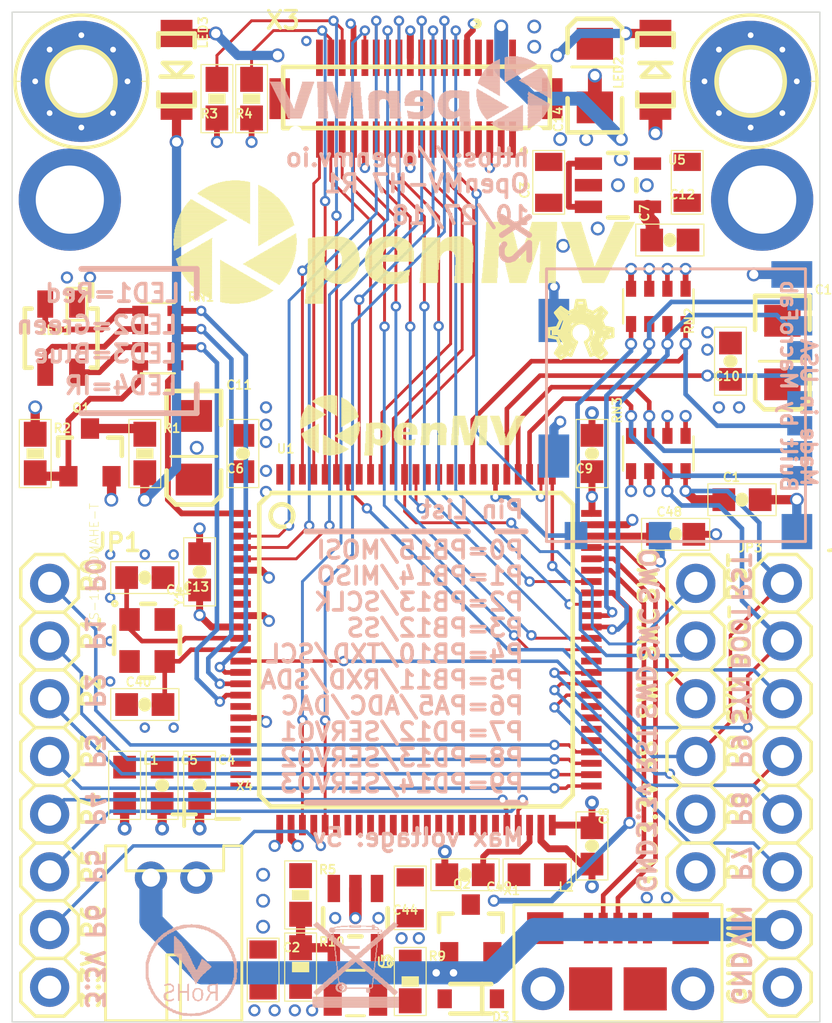
<source format=kicad_pcb>
(kicad_pcb (version 20171130) (host pcbnew "(5.1.4)-1")
  (layers (0 Top signal) (1 GND signal hide) (2 VCC signal hide) (31 Bottom signal hide) (34 B.Paste user hide) (35 F.Paste user hide) (36 B.SilkS user hide) (37 F.SilkS user hide) (38 B.Mask user hide) (39 F.Mask user hide) (44 Edge.Cuts user hide))
  (net 0 "")
  (net 1 GND)
  (net 2 VBUS)
  (net 3 VCC)
  (net 4 RAW)
  (net 5 VIN)
  (net 6 VDDA)
  (net 7 "Net-(H2-PadB2,8)")
  (net 8 "Net-(C40-Pad2)")
  (net 9 "Net-(C41-Pad2)")
  (net 10 "Net-(C4-Pad1)")
  (net 11 "Net-(H1-PadB2,8)")
  (net 12 /SDIO_D2)
  (net 13 /SDIO_D3)
  (net 14 /NRST)
  (net 15 /BOOT0)
  (net 16 /SDIO_CMD)
  (net 17 /SDIO_D0)
  (net 18 /SDIO_D1)
  (net 19 /SD_CD)
  (net 20 "Net-(Q1-Pad1)")
  (net 21 "Net-(Q1-Pad3)")
  (net 22 "Net-(LED1-PadB)")
  (net 23 "Net-(LED1-PadG)")
  (net 24 "Net-(LED1-PadR)")
  (net 25 "Net-(C48-Pad1)")
  (net 26 "Net-(C49-Pad1)")
  (net 27 /TIM4_CH1)
  (net 28 /TIM4_CH2)
  (net 29 /TIM4_CH3)
  (net 30 /DCMI_FSIN)
  (net 31 /DAC)
  (net 32 /I2C2_SDA)
  (net 33 /I2C2_SCL)
  (net 34 /SPI2_NSS)
  (net 35 /SPI2_SCLK)
  (net 36 /SPI2_MISO)
  (net 37 /SPI2_MOSI)
  (net 38 "Net-(LED3-PadC)")
  (net 39 /DCMI_D3)
  (net 40 /DCMI_D2)
  (net 41 /I2C1_SDA)
  (net 42 /I2C1_SCL)
  (net 43 /DCMI_VSYNC)
  (net 44 /DCMI_D5)
  (net 45 /SPI3_MOSI)
  (net 46 /SPI3_MISO)
  (net 47 /SPI3_SCLK/TRACESWO)
  (net 48 /DCMI_PWDN)
  (net 49 /UART2_RX)
  (net 50 /UART2_TX)
  (net 51 /GPIO2)
  (net 52 /GPIO1)
  (net 53 /GPIO3)
  (net 54 /SDIO_CLK)
  (net 55 /SPI3_SSEL)
  (net 56 /SWCLK)
  (net 57 /SWDIO)
  (net 58 /FS_DP)
  (net 59 /FS_DM)
  (net 60 /DCMI_RST)
  (net 61 /DCMI_CLK)
  (net 62 /DCMI_D1)
  (net 63 /DCMI_D0)
  (net 64 "Net-(U1-Pad62)")
  (net 65 "Net-(U1-Pad58)")
  (net 66 "Net-(U1-Pad57)")
  (net 67 /FREX)
  (net 68 /EXPST)
  (net 69 "Net-(U1-Pad45)")
  (net 70 "Net-(U1-Pad44)")
  (net 71 "Net-(U1-Pad43)")
  (net 72 "Net-(U1-Pad42)")
  (net 73 "Net-(U1-Pad41)")
  (net 74 "Net-(U1-Pad40)")
  (net 75 "Net-(U1-Pad39)")
  (net 76 "Net-(U1-Pad38)")
  (net 77 "Net-(U1-Pad37)")
  (net 78 "Net-(U1-Pad36)")
  (net 79 "Net-(U1-Pad35)")
  (net 80 "Net-(U1-Pad34)")
  (net 81 "Net-(U1-Pad33)")
  (net 82 "Net-(U1-Pad32)")
  (net 83 "Net-(U1-Pad31)")
  (net 84 /DCMI_PCLK)
  (net 85 /DCMI_HSYNC)
  (net 86 "Net-(U1-Pad25)")
  (net 87 "Net-(U1-Pad24)")
  (net 88 "Net-(U1-Pad23)")
  (net 89 "Net-(U1-Pad22)")
  (net 90 "Net-(U1-Pad18)")
  (net 91 /LED_B)
  (net 92 /LED_G)
  (net 93 /LED_R)
  (net 94 "Net-(U1-Pad9)")
  (net 95 "Net-(U1-Pad8)")
  (net 96 "Net-(U1-Pad7)")
  (net 97 /DCMI_D7)
  (net 98 /DCMI_D6)
  (net 99 /DCMI_D4)
  (net 100 "Net-(U1-Pad2)")
  (net 101 /LED_IR)
  (net 102 "Net-(LED2-PadC)")
  (net 103 "Net-(L2-Pad1)")
  (net 104 "Net-(L3-Pad1)")
  (net 105 "Net-(R10-Pad1)")
  (net 106 "Net-(X1-PadS1)")
  (net 107 "Net-(X1-Pad4)")
  (net 108 "Net-(C7-Pad1)")
  (net 109 /RSVD4)
  (net 110 /RSVD6)
  (net 111 /RSVD3)
  (net 112 /RSVD5)
  (net 113 /RSVD2)
  (net 114 /RSVD1)
  (module base:2,8-PAD (layer Top) (at 163.2331 85.8266 270)
    (fp_text reference H2 hide)
    (fp_text value MOUNT-PAD-ROUND2.8 hide)
    (pad B2,8 thru_hole circle (at 0 0 270) (size 5.334 5.334) (drill 2.8) (layers *.Cu *.Mask) (net 7 "Net-(H2-PadB2,8)"))
  )
  (module base:0603-CAP (layer Top) (at 136.5631 113.2586)
    (fp_text reference C40 (at -0.889 -0.762) (layer F.SilkS) (effects (font (size 0.38608 0.38608) (thickness 0.077216)) (justify left bottom)))
    (fp_text value 12pF)
    (pad 2 smd rect (at 0.8 0) (size 1 1) (layers Top F.Paste F.Mask) (net 8 "Net-(C40-Pad2)"))
    (pad 1 smd rect (at -0.8 0) (size 1 1) (layers Top F.Paste F.Mask) (net 1 GND))
  )
  (module base:0603-CAP (layer Top) (at 136.5631 107.6706 180)
    (fp_text reference C41 (at -0.889 -0.762) (layer F.SilkS) (effects (font (size 0.38608 0.38608) (thickness 0.077216)) (justify left bottom)))
    (fp_text value 12pF)
    (pad 2 smd rect (at 0.8 0 180) (size 1 1) (layers Top F.Paste F.Mask) (net 9 "Net-(C41-Pad2)"))
    (pad 1 smd rect (at -0.8 0 180) (size 1 1) (layers Top F.Paste F.Mask) (net 1 GND))
  )
  (module base:0603-CAP (layer Top) (at 138.9761 116.8146 270)
    (fp_text reference C4 (at -0.889 -0.762) (layer F.SilkS) (effects (font (size 0.38608 0.38608) (thickness 0.077216)) (justify left bottom)))
    (fp_text value 1uF)
    (pad 2 smd rect (at 0.8 0 270) (size 1 1) (layers Top F.Paste F.Mask) (net 1 GND))
    (pad 1 smd rect (at -0.8 0 270) (size 1 1) (layers Top F.Paste F.Mask) (net 10 "Net-(C4-Pad1)"))
  )
  (module base:0603-CAP (layer Top) (at 137.3251 116.8146 270)
    (fp_text reference C5 (at -0.889 -0.762) (layer F.SilkS) (effects (font (size 0.38608 0.38608) (thickness 0.077216)) (justify left bottom)))
    (fp_text value 0.1uF)
    (pad 2 smd rect (at 0.8 0 270) (size 1 1) (layers Top F.Paste F.Mask) (net 1 GND))
    (pad 1 smd rect (at -0.8 0 270) (size 1 1) (layers Top F.Paste F.Mask) (net 10 "Net-(C4-Pad1)"))
  )
  (module base:0603-CAP (layer Top) (at 140.8811 102.2096 90)
    (fp_text reference C6 (at -0.889 -0.762) (layer F.SilkS) (effects (font (size 0.38608 0.38608) (thickness 0.077216)) (justify left bottom)))
    (fp_text value 0.1uF)
    (pad 2 smd rect (at 0.8 0 90) (size 1 1) (layers Top F.Paste F.Mask) (net 1 GND))
    (pad 1 smd rect (at -0.8 0 90) (size 1 1) (layers Top F.Paste F.Mask) (net 3 VCC))
  )
  (module base:0603-CAP (layer Top) (at 156.2481 119.4816 270)
    (fp_text reference C8 (at -0.889 -0.762 90) (layer F.SilkS) (effects (font (size 0.38608 0.38608) (thickness 0.077216)) (justify left bottom)))
    (fp_text value 0.1uF)
    (pad 2 smd rect (at 0.8 0 270) (size 1 1) (layers Top F.Paste F.Mask) (net 1 GND))
    (pad 1 smd rect (at -0.8 0 270) (size 1 1) (layers Top F.Paste F.Mask) (net 3 VCC))
  )
  (module base:0603-CAP (layer Top) (at 156.2481 102.2096 90)
    (fp_text reference C9 (at -0.889 -0.762) (layer F.SilkS) (effects (font (size 0.38608 0.38608) (thickness 0.077216)) (justify left bottom)))
    (fp_text value 0.1uF)
    (pad 2 smd rect (at 0.8 0 90) (size 1 1) (layers Top F.Paste F.Mask) (net 1 GND))
    (pad 1 smd rect (at -0.8 0 90) (size 1 1) (layers Top F.Paste F.Mask) (net 3 VCC))
  )
  (module base:0603-CAP (layer Top) (at 138.9761 107.4166 90)
    (fp_text reference C13 (at -0.889 -0.762) (layer F.SilkS) (effects (font (size 0.38608 0.38608) (thickness 0.077216)) (justify left bottom)))
    (fp_text value 0.1uF)
    (pad 2 smd rect (at 0.8 0 90) (size 1 1) (layers Top F.Paste F.Mask) (net 1 GND))
    (pad 1 smd rect (at -0.8 0 90) (size 1 1) (layers Top F.Paste F.Mask) (net 3 VCC))
  )
  (module base:0603-CAP (layer Top) (at 162.3441 98.1456 90)
    (fp_text reference C10 (at -0.889 -0.762) (layer F.SilkS) (effects (font (size 0.38608 0.38608) (thickness 0.077216)) (justify left bottom)))
    (fp_text value 0.1uF)
    (pad 2 smd rect (at 0.8 0 90) (size 1 1) (layers Top F.Paste F.Mask) (net 1 GND))
    (pad 1 smd rect (at -0.8 0 90) (size 1 1) (layers Top F.Paste F.Mask) (net 3 VCC))
  )
  (module base:2,8-PAD (layer Top) (at 133.7691 85.8266 90)
    (fp_text reference H1 hide)
    (fp_text value MOUNT-PAD-ROUND2.8 hide)
    (pad B2,8 thru_hole circle (at 0 0 90) (size 5.334 5.334) (drill 2.8) (layers *.Cu *.Mask) (net 11 "Net-(H1-PadB2,8)"))
  )
  (module base:EXBV8V (layer Top) (at 159.1691 102.2096)
    (fp_text reference RN3 (at -1.5875 -1.27 90) (layer F.SilkS) (effects (font (size 0.38608 0.38608) (thickness 0.077216)) (justify left bottom)))
    (fp_text value 10K)
    (pad 8 smd rect (at -1.2 -0.775 180) (size 0.45 0.7) (layers Top F.Paste F.Mask) (net 12 /SDIO_D2))
    (pad 7 smd rect (at -0.4 -0.775 180) (size 0.45 0.7) (layers Top F.Paste F.Mask) (net 13 /SDIO_D3))
    (pad 6 smd rect (at 0.4 -0.775 180) (size 0.45 0.7) (layers Top F.Paste F.Mask) (net 1 GND))
    (pad 5 smd rect (at 1.2 -0.775 180) (size 0.45 0.7) (layers Top F.Paste F.Mask) (net 3 VCC))
    (pad 4 smd rect (at 1.2 0.775) (size 0.45 0.7) (layers Top F.Paste F.Mask) (net 14 /NRST))
    (pad 3 smd rect (at 0.4 0.775) (size 0.45 0.7) (layers Top F.Paste F.Mask) (net 15 /BOOT0))
    (pad 2 smd rect (at -0.4 0.775) (size 0.45 0.7) (layers Top F.Paste F.Mask) (net 3 VCC))
    (pad 1 smd rect (at -1.2 0.775) (size 0.45 0.7) (layers Top F.Paste F.Mask) (net 3 VCC))
  )
  (module base:EXBV8V (layer Top) (at 159.1691 95.7326 180)
    (fp_text reference RN2 (at -1.5875 -1.27 90) (layer F.SilkS) (effects (font (size 0.38608 0.38608) (thickness 0.077216)) (justify left bottom)))
    (fp_text value 10K)
    (pad 8 smd rect (at -1.2 -0.775) (size 0.45 0.7) (layers Top F.Paste F.Mask) (net 16 /SDIO_CMD))
    (pad 7 smd rect (at -0.4 -0.775) (size 0.45 0.7) (layers Top F.Paste F.Mask) (net 17 /SDIO_D0))
    (pad 6 smd rect (at 0.4 -0.775) (size 0.45 0.7) (layers Top F.Paste F.Mask) (net 18 /SDIO_D1))
    (pad 5 smd rect (at 1.2 -0.775) (size 0.45 0.7) (layers Top F.Paste F.Mask) (net 19 /SD_CD))
    (pad 4 smd rect (at 1.2 0.775 180) (size 0.45 0.7) (layers Top F.Paste F.Mask) (net 3 VCC))
    (pad 3 smd rect (at 0.4 0.775 180) (size 0.45 0.7) (layers Top F.Paste F.Mask) (net 3 VCC))
    (pad 2 smd rect (at -0.4 0.775 180) (size 0.45 0.7) (layers Top F.Paste F.Mask) (net 3 VCC))
    (pad 1 smd rect (at -1.2 0.775 180) (size 0.45 0.7) (layers Top F.Paste F.Mask) (net 3 VCC))
  )
  (module base:0603 (layer Top) (at 135.6741 116.8146 270)
    (fp_text reference L1 (at -0.889 -0.762) (layer F.SilkS) (effects (font (size 0.38608 0.38608) (thickness 0.077216)) (justify left bottom)))
    (fp_text value MPZ1608S181ATAH0)
    (pad 2 smd rect (at 0.8 0 270) (size 1 1) (layers Top F.Paste F.Mask) (net 3 VCC))
    (pad 1 smd rect (at -0.8 0 270) (size 1 1) (layers Top F.Paste F.Mask) (net 10 "Net-(C4-Pad1)"))
  )
  (module base:SOT23-3 (layer Top) (at 134.1501 102.2096)
    (fp_text reference Q1 (at -0.8255 -1.778) (layer F.SilkS) (effects (font (size 0.38608 0.38608) (thickness 0.077216)) (justify left bottom)))
    (fp_text value BSS138)
    (pad 1 smd rect (at -0.95 1) (size 0.8 0.9) (layers Top F.Paste F.Mask) (net 20 "Net-(Q1-Pad1)"))
    (pad 2 smd rect (at 0.95 1) (size 0.8 0.9) (layers Top F.Paste F.Mask) (net 1 GND))
    (pad 3 smd rect (at 0 -1.1) (size 0.8 0.9) (layers Top F.Paste F.Mask) (net 21 "Net-(Q1-Pad3)"))
  )
  (module base:LED-TRICOLOR-SMD-MF (layer Top) (at 132.8801 97.1296)
    (fp_text reference LED1 (at -1.016 -0.127) (layer F.SilkS) (effects (font (size 0.38608 0.38608) (thickness 0.077216)) (justify left bottom)))
    (fp_text value LED-TRICOLOR)
    (pad B smd rect (at 0.7 1.5) (size 0.7 1.2) (layers Top F.Paste F.Mask) (net 22 "Net-(LED1-PadB)"))
    (pad G smd rect (at -0.7 1.5) (size 0.7 1.2) (layers Top F.Paste F.Mask) (net 23 "Net-(LED1-PadG)"))
    (pad A smd rect (at 0.7 -1.5) (size 0.7 1.2) (layers Top F.Paste F.Mask) (net 3 VCC))
    (pad R smd rect (at -0.7 -1.5) (size 0.7 1.2) (layers Top F.Paste F.Mask) (net 24 "Net-(LED1-PadR)"))
  )
  (module base:CRYSTAL-2.5X2.0 (layer Top) (at 136.6901 110.4646 270)
    (fp_text reference Y1 (at -1.478 -1.624 90) (layer F.SilkS) (effects (font (size 0.38608 0.38608) (thickness 0.077216)) (justify left bottom)))
    (fp_text value 7S-12.000MAHE-T (at -0.528 2.126 90) (layer F.SilkS) (effects (font (size 0.38608 0.38608) (thickness 0.030886)) (justify left bottom)))
    (pad 2 smd rect (at 0.9 0.8 270) (size 1 0.9) (layers Top F.Paste F.Mask) (net 1 GND))
    (pad 3 smd rect (at 0.9 -0.75 270) (size 1 0.9) (layers Top F.Paste F.Mask) (net 8 "Net-(C40-Pad2)"))
    (pad 1 smd rect (at -0.95 0.8 270) (size 1 0.9) (layers Top F.Paste F.Mask) (net 9 "Net-(C41-Pad2)"))
    (pad 4 smd rect (at -0.95 -0.75 270) (size 1 0.9) (layers Top F.Paste F.Mask) (net 1 GND))
  )
  (module base:OSHW_FILLX100_NOTEXT (layer Top) (at 154.3431 98.0186)
    (fp_text reference LOGO1 hide)
    (fp_text value OSHW_LOGO_FILLX0100-NT hide)
  )
  (module base:0603-CAP (layer Top) (at 159.9311 105.7656)
    (fp_text reference C48 (at -0.889 -0.762) (layer F.SilkS) (effects (font (size 0.38608 0.38608) (thickness 0.077216)) (justify left bottom)))
    (fp_text value 2.2uF)
    (pad 2 smd rect (at 0.8 0) (size 1 1) (layers Top F.Paste F.Mask) (net 1 GND))
    (pad 1 smd rect (at -0.8 0) (size 1 1) (layers Top F.Paste F.Mask) (net 25 "Net-(C48-Pad1)"))
  )
  (module base:0603-CAP (layer Top) (at 150.6601 120.7516 180)
    (fp_text reference C49 (at -0.889 -0.762) (layer F.SilkS) (effects (font (size 0.38608 0.38608) (thickness 0.077216)) (justify left bottom)))
    (fp_text value 2.2uF)
    (pad 2 smd rect (at 0.8 0 180) (size 1 1) (layers Top F.Paste F.Mask) (net 1 GND))
    (pad 1 smd rect (at -0.8 0 180) (size 1 1) (layers Top F.Paste F.Mask) (net 26 "Net-(C49-Pad1)"))
  )
  (module base:1X08 (layer Top) (at 164.6301 116.8146 270)
    (fp_text reference JP2 (at -10.2362 -1.8288) (layer F.SilkS) (effects (font (size 0.77216 0.77216) (thickness 0.154432)) (justify left bottom)))
    (fp_text value PINHD-1X8)
    (pad 8 thru_hole circle (at 8.89 0) (size 1.7272 1.7272) (drill 1.016) (layers *.Cu *.Mask) (net 1 GND))
    (pad 7 thru_hole circle (at 6.35 0) (size 1.7272 1.7272) (drill 1.016) (layers *.Cu *.Mask) (net 5 VIN))
    (pad 6 thru_hole circle (at 3.81 0) (size 1.7272 1.7272) (drill 1.016) (layers *.Cu *.Mask) (net 27 /TIM4_CH1))
    (pad 5 thru_hole circle (at 1.27 0) (size 1.7272 1.7272) (drill 1.016) (layers *.Cu *.Mask) (net 28 /TIM4_CH2))
    (pad 4 thru_hole circle (at -1.27 0) (size 1.7272 1.7272) (drill 1.016) (layers *.Cu *.Mask) (net 29 /TIM4_CH3))
    (pad 3 thru_hole circle (at -3.81 0) (size 1.7272 1.7272) (drill 1.016) (layers *.Cu *.Mask) (net 30 /DCMI_FSIN))
    (pad 2 thru_hole circle (at -6.35 0) (size 1.7272 1.7272) (drill 1.016) (layers *.Cu *.Mask) (net 15 /BOOT0))
    (pad 1 thru_hole circle (at -8.89 0) (size 1.7272 1.7272) (drill 1.016) (layers *.Cu *.Mask) (net 14 /NRST))
  )
  (module base:1X08 (layer Top) (at 132.3721 116.8146 270)
    (fp_text reference JP1 (at -10.2362 -1.8288) (layer F.SilkS) (effects (font (size 0.77216 0.77216) (thickness 0.154432)) (justify left bottom)))
    (fp_text value PINHD-1X8)
    (pad 8 thru_hole circle (at 8.89 0) (size 1.7272 1.7272) (drill 1.016) (layers *.Cu *.Mask) (net 3 VCC))
    (pad 7 thru_hole circle (at 6.35 0) (size 1.7272 1.7272) (drill 1.016) (layers *.Cu *.Mask) (net 31 /DAC))
    (pad 6 thru_hole circle (at 3.81 0) (size 1.7272 1.7272) (drill 1.016) (layers *.Cu *.Mask) (net 32 /I2C2_SDA))
    (pad 5 thru_hole circle (at 1.27 0) (size 1.7272 1.7272) (drill 1.016) (layers *.Cu *.Mask) (net 33 /I2C2_SCL))
    (pad 4 thru_hole circle (at -1.27 0) (size 1.7272 1.7272) (drill 1.016) (layers *.Cu *.Mask) (net 34 /SPI2_NSS))
    (pad 3 thru_hole circle (at -3.81 0) (size 1.7272 1.7272) (drill 1.016) (layers *.Cu *.Mask) (net 35 /SPI2_SCLK))
    (pad 2 thru_hole circle (at -6.35 0) (size 1.7272 1.7272) (drill 1.016) (layers *.Cu *.Mask) (net 36 /SPI2_MISO))
    (pad 1 thru_hole circle (at -8.89 0) (size 1.7272 1.7272) (drill 1.016) (layers *.Cu *.Mask) (net 37 /SPI2_MOSI))
  )
  (module base:0603-RES (layer Top) (at 136.5631 102.2096 270)
    (fp_text reference R1 (at -0.889 -0.762) (layer F.SilkS) (effects (font (size 0.38608 0.38608) (thickness 0.077216)) (justify left bottom)))
    (fp_text value 10R)
    (pad 2 smd rect (at 0.85 0 270) (size 1.1 1) (layers Top F.Paste F.Mask) (net 38 "Net-(LED3-PadC)"))
    (pad 1 smd rect (at -0.85 0 270) (size 1.1 1) (layers Top F.Paste F.Mask) (net 21 "Net-(Q1-Pad3)"))
  )
  (module base:0603-RES (layer Top) (at 131.7371 102.2096 270)
    (fp_text reference R2 (at -0.889 -0.762) (layer F.SilkS) (effects (font (size 0.38608 0.38608) (thickness 0.077216)) (justify left bottom)))
    (fp_text value 10K)
    (pad 2 smd rect (at 0.85 0 270) (size 1.1 1) (layers Top F.Paste F.Mask) (net 20 "Net-(Q1-Pad1)"))
    (pad 1 smd rect (at -0.85 0 270) (size 1.1 1) (layers Top F.Paste F.Mask) (net 1 GND))
  )
  (module base:OMV-LOGO (layer Bottom) (at 154.5971 88.2396 180)
    (fp_text reference U$3 hide)
    (fp_text value "" hide)
  )
  (module base:WEEE (layer Bottom) (at 147.7391 126.5936 180)
    (fp_text reference U$1 hide)
    (fp_text value "" hide)
  )
  (module base:ROHS (layer Bottom) (at 140.6271 126.9746 180)
    (fp_text reference U$2 hide)
    (fp_text value "" hide)
  )
  (module base:OMV-LOGO-SMALL (layer Top) (at 143.2941 102.4636)
    (fp_text reference U$4 hide)
    (fp_text value "" hide)
  )
  (module base:LQFP100 (layer Top) (at 148.5011 110.8456)
    (fp_text reference U1 (at -6.175 -8.62) (layer F.SilkS) (effects (font (size 0.38608 0.38608) (thickness 0.077216)) (justify left bottom)))
    (fp_text value STM32H743VIT6)
    (pad 100 smd rect (at -6 -7.72) (size 0.3 0.9) (layers Top F.Paste F.Mask) (net 3 VCC))
    (pad 99 smd rect (at -5.5 -7.72) (size 0.3 0.9) (layers Top F.Paste F.Mask) (net 1 GND))
    (pad 98 smd rect (at -5 -7.72) (size 0.3 0.9) (layers Top F.Paste F.Mask) (net 39 /DCMI_D3))
    (pad 97 smd rect (at -4.5 -7.72) (size 0.3 0.9) (layers Top F.Paste F.Mask) (net 40 /DCMI_D2))
    (pad 96 smd rect (at -4 -7.72) (size 0.3 0.9) (layers Top F.Paste F.Mask) (net 41 /I2C1_SDA))
    (pad 95 smd rect (at -3.5 -7.72) (size 0.3 0.9) (layers Top F.Paste F.Mask) (net 42 /I2C1_SCL))
    (pad 94 smd rect (at -3 -7.72) (size 0.3 0.9) (layers Top F.Paste F.Mask) (net 15 /BOOT0))
    (pad 93 smd rect (at -2.5 -7.72) (size 0.3 0.9) (layers Top F.Paste F.Mask) (net 43 /DCMI_VSYNC))
    (pad 92 smd rect (at -2 -7.72) (size 0.3 0.9) (layers Top F.Paste F.Mask) (net 44 /DCMI_D5))
    (pad 91 smd rect (at -1.5 -7.72) (size 0.3 0.9) (layers Top F.Paste F.Mask) (net 45 /SPI3_MOSI))
    (pad 90 smd rect (at -1 -7.72) (size 0.3 0.9) (layers Top F.Paste F.Mask) (net 46 /SPI3_MISO))
    (pad 89 smd rect (at -0.5 -7.72) (size 0.3 0.9) (layers Top F.Paste F.Mask) (net 47 /SPI3_SCLK/TRACESWO))
    (pad 88 smd rect (at 0 -7.72) (size 0.3 0.9) (layers Top F.Paste F.Mask) (net 48 /DCMI_PWDN))
    (pad 87 smd rect (at 0.5 -7.72) (size 0.3 0.9) (layers Top F.Paste F.Mask) (net 49 /UART2_RX))
    (pad 86 smd rect (at 1 -7.72) (size 0.3 0.9) (layers Top F.Paste F.Mask) (net 50 /UART2_TX))
    (pad 85 smd rect (at 1.5 -7.72) (size 0.3 0.9) (layers Top F.Paste F.Mask) (net 51 /GPIO2))
    (pad 84 smd rect (at 2 -7.72) (size 0.3 0.9) (layers Top F.Paste F.Mask) (net 52 /GPIO1))
    (pad 83 smd rect (at 2.5 -7.72) (size 0.3 0.9) (layers Top F.Paste F.Mask) (net 16 /SDIO_CMD))
    (pad 82 smd rect (at 3 -7.72) (size 0.3 0.9) (layers Top F.Paste F.Mask) (net 53 /GPIO3))
    (pad 81 smd rect (at 3.5 -7.72) (size 0.3 0.9) (layers Top F.Paste F.Mask) (net 19 /SD_CD))
    (pad 80 smd rect (at 4 -7.72) (size 0.3 0.9) (layers Top F.Paste F.Mask) (net 54 /SDIO_CLK))
    (pad 79 smd rect (at 4.5 -7.72) (size 0.3 0.9) (layers Top F.Paste F.Mask) (net 13 /SDIO_D3))
    (pad 78 smd rect (at 5 -7.72) (size 0.3 0.9) (layers Top F.Paste F.Mask) (net 12 /SDIO_D2))
    (pad 77 smd rect (at 5.5 -7.72) (size 0.3 0.9) (layers Top F.Paste F.Mask) (net 55 /SPI3_SSEL))
    (pad 76 smd rect (at 6 -7.72) (size 0.3 0.9) (layers Top F.Paste F.Mask) (net 56 /SWCLK))
    (pad 75 smd rect (at 7.72 -6) (size 0.9 0.3) (layers Top F.Paste F.Mask) (net 3 VCC))
    (pad 74 smd rect (at 7.72 -5.5) (size 0.9 0.3) (layers Top F.Paste F.Mask) (net 1 GND))
    (pad 73 smd rect (at 7.72 -5) (size 0.9 0.3) (layers Top F.Paste F.Mask) (net 25 "Net-(C48-Pad1)"))
    (pad 72 smd rect (at 7.72 -4.5) (size 0.9 0.3) (layers Top F.Paste F.Mask) (net 57 /SWDIO))
    (pad 71 smd rect (at 7.72 -4) (size 0.9 0.3) (layers Top F.Paste F.Mask) (net 58 /FS_DP))
    (pad 70 smd rect (at 7.72 -3.5) (size 0.9 0.3) (layers Top F.Paste F.Mask) (net 59 /FS_DM))
    (pad 69 smd rect (at 7.72 -3) (size 0.9 0.3) (layers Top F.Paste F.Mask) (net 60 /DCMI_RST))
    (pad 68 smd rect (at 7.72 -2.5) (size 0.9 0.3) (layers Top F.Paste F.Mask) (net 2 VBUS))
    (pad 67 smd rect (at 7.72 -2) (size 0.9 0.3) (layers Top F.Paste F.Mask) (net 61 /DCMI_CLK))
    (pad 66 smd rect (at 7.72 -1.5) (size 0.9 0.3) (layers Top F.Paste F.Mask) (net 18 /SDIO_D1))
    (pad 65 smd rect (at 7.72 -1) (size 0.9 0.3) (layers Top F.Paste F.Mask) (net 17 /SDIO_D0))
    (pad 64 smd rect (at 7.72 -0.5) (size 0.9 0.3) (layers Top F.Paste F.Mask) (net 62 /DCMI_D1))
    (pad 63 smd rect (at 7.72 0) (size 0.9 0.3) (layers Top F.Paste F.Mask) (net 63 /DCMI_D0))
    (pad 62 smd rect (at 7.72 0.5) (size 0.9 0.3) (layers Top F.Paste F.Mask) (net 64 "Net-(U1-Pad62)"))
    (pad 61 smd rect (at 7.72 1) (size 0.9 0.3) (layers Top F.Paste F.Mask) (net 29 /TIM4_CH3))
    (pad 60 smd rect (at 7.72 1.5) (size 0.9 0.3) (layers Top F.Paste F.Mask) (net 28 /TIM4_CH2))
    (pad 59 smd rect (at 7.72 2) (size 0.9 0.3) (layers Top F.Paste F.Mask) (net 27 /TIM4_CH1))
    (pad 58 smd rect (at 7.72 2.5) (size 0.9 0.3) (layers Top F.Paste F.Mask) (net 65 "Net-(U1-Pad58)"))
    (pad 57 smd rect (at 7.72 3) (size 0.9 0.3) (layers Top F.Paste F.Mask) (net 66 "Net-(U1-Pad57)"))
    (pad 56 smd rect (at 7.72 3.5) (size 0.9 0.3) (layers Top F.Paste F.Mask) (net 67 /FREX))
    (pad 55 smd rect (at 7.72 4) (size 0.9 0.3) (layers Top F.Paste F.Mask) (net 68 /EXPST))
    (pad 54 smd rect (at 7.72 4.5) (size 0.9 0.3) (layers Top F.Paste F.Mask) (net 37 /SPI2_MOSI))
    (pad 53 smd rect (at 7.72 5) (size 0.9 0.3) (layers Top F.Paste F.Mask) (net 36 /SPI2_MISO))
    (pad 52 smd rect (at 7.72 5.5) (size 0.9 0.3) (layers Top F.Paste F.Mask) (net 35 /SPI2_SCLK))
    (pad 51 smd rect (at 7.72 6) (size 0.9 0.3) (layers Top F.Paste F.Mask) (net 34 /SPI2_NSS))
    (pad 50 smd rect (at 6 7.72) (size 0.3 0.9) (layers Top F.Paste F.Mask) (net 3 VCC))
    (pad 49 smd rect (at 5.5 7.72) (size 0.3 0.9) (layers Top F.Paste F.Mask) (net 1 GND))
    (pad 48 smd rect (at 5 7.72) (size 0.3 0.9) (layers Top F.Paste F.Mask) (net 26 "Net-(C49-Pad1)"))
    (pad 47 smd rect (at 4.5 7.72) (size 0.3 0.9) (layers Top F.Paste F.Mask) (net 32 /I2C2_SDA))
    (pad 46 smd rect (at 4 7.72) (size 0.3 0.9) (layers Top F.Paste F.Mask) (net 33 /I2C2_SCL))
    (pad 45 smd rect (at 3.5 7.72) (size 0.3 0.9) (layers Top F.Paste F.Mask) (net 69 "Net-(U1-Pad45)"))
    (pad 44 smd rect (at 3 7.72) (size 0.3 0.9) (layers Top F.Paste F.Mask) (net 70 "Net-(U1-Pad44)"))
    (pad 43 smd rect (at 2.5 7.72) (size 0.3 0.9) (layers Top F.Paste F.Mask) (net 71 "Net-(U1-Pad43)"))
    (pad 42 smd rect (at 2 7.72) (size 0.3 0.9) (layers Top F.Paste F.Mask) (net 72 "Net-(U1-Pad42)"))
    (pad 41 smd rect (at 1.5 7.72) (size 0.3 0.9) (layers Top F.Paste F.Mask) (net 73 "Net-(U1-Pad41)"))
    (pad 40 smd rect (at 1 7.72) (size 0.3 0.9) (layers Top F.Paste F.Mask) (net 74 "Net-(U1-Pad40)"))
    (pad 39 smd rect (at 0.5 7.72) (size 0.3 0.9) (layers Top F.Paste F.Mask) (net 75 "Net-(U1-Pad39)"))
    (pad 38 smd rect (at 0 7.72) (size 0.3 0.9) (layers Top F.Paste F.Mask) (net 76 "Net-(U1-Pad38)"))
    (pad 37 smd rect (at -0.5 7.72) (size 0.3 0.9) (layers Top F.Paste F.Mask) (net 77 "Net-(U1-Pad37)"))
    (pad 36 smd rect (at -1 7.72) (size 0.3 0.9) (layers Top F.Paste F.Mask) (net 78 "Net-(U1-Pad36)"))
    (pad 35 smd rect (at -1.5 7.72) (size 0.3 0.9) (layers Top F.Paste F.Mask) (net 79 "Net-(U1-Pad35)"))
    (pad 34 smd rect (at -2 7.72) (size 0.3 0.9) (layers Top F.Paste F.Mask) (net 80 "Net-(U1-Pad34)"))
    (pad 33 smd rect (at -2.5 7.72) (size 0.3 0.9) (layers Top F.Paste F.Mask) (net 81 "Net-(U1-Pad33)"))
    (pad 32 smd rect (at -3 7.72) (size 0.3 0.9) (layers Top F.Paste F.Mask) (net 82 "Net-(U1-Pad32)"))
    (pad 31 smd rect (at -3.5 7.72) (size 0.3 0.9) (layers Top F.Paste F.Mask) (net 83 "Net-(U1-Pad31)"))
    (pad 30 smd rect (at -4 7.72) (size 0.3 0.9) (layers Top F.Paste F.Mask) (net 84 /DCMI_PCLK))
    (pad 29 smd rect (at -4.5 7.72) (size 0.3 0.9) (layers Top F.Paste F.Mask) (net 31 /DAC))
    (pad 28 smd rect (at -5 7.72) (size 0.3 0.9) (layers Top F.Paste F.Mask) (net 85 /DCMI_HSYNC))
    (pad 27 smd rect (at -5.5 7.72) (size 0.3 0.9) (layers Top F.Paste F.Mask) (net 3 VCC))
    (pad 26 smd rect (at -6 7.72) (size 0.3 0.9) (layers Top F.Paste F.Mask) (net 1 GND))
    (pad 25 smd rect (at -7.72 6) (size 0.9 0.3) (layers Top F.Paste F.Mask) (net 86 "Net-(U1-Pad25)"))
    (pad 24 smd rect (at -7.72 5.5) (size 0.9 0.3) (layers Top F.Paste F.Mask) (net 87 "Net-(U1-Pad24)"))
    (pad 23 smd rect (at -7.72 5) (size 0.9 0.3) (layers Top F.Paste F.Mask) (net 88 "Net-(U1-Pad23)"))
    (pad 22 smd rect (at -7.72 4.5) (size 0.9 0.3) (layers Top F.Paste F.Mask) (net 89 "Net-(U1-Pad22)"))
    (pad 21 smd rect (at -7.72 4) (size 0.9 0.3) (layers Top F.Paste F.Mask) (net 10 "Net-(C4-Pad1)"))
    (pad 20 smd rect (at -7.72 3.5) (size 0.9 0.3) (layers Top F.Paste F.Mask) (net 10 "Net-(C4-Pad1)"))
    (pad 19 smd rect (at -7.72 3) (size 0.9 0.3) (layers Top F.Paste F.Mask) (net 1 GND))
    (pad 18 smd rect (at -7.72 2.5) (size 0.9 0.3) (layers Top F.Paste F.Mask) (net 90 "Net-(U1-Pad18)"))
    (pad 17 smd rect (at -7.72 2) (size 0.9 0.3) (layers Top F.Paste F.Mask) (net 91 /LED_B))
    (pad 16 smd rect (at -7.72 1.5) (size 0.9 0.3) (layers Top F.Paste F.Mask) (net 92 /LED_G))
    (pad 15 smd rect (at -7.72 1) (size 0.9 0.3) (layers Top F.Paste F.Mask) (net 93 /LED_R))
    (pad 14 smd rect (at -7.72 0.5) (size 0.9 0.3) (layers Top F.Paste F.Mask) (net 14 /NRST))
    (pad 13 smd rect (at -7.72 0) (size 0.9 0.3) (layers Top F.Paste F.Mask) (net 8 "Net-(C40-Pad2)"))
    (pad 12 smd rect (at -7.72 -0.5) (size 0.9 0.3) (layers Top F.Paste F.Mask) (net 9 "Net-(C41-Pad2)"))
    (pad 11 smd rect (at -7.72 -1) (size 0.9 0.3) (layers Top F.Paste F.Mask) (net 3 VCC))
    (pad 10 smd rect (at -7.72 -1.5) (size 0.9 0.3) (layers Top F.Paste F.Mask) (net 1 GND))
    (pad 9 smd rect (at -7.72 -2) (size 0.9 0.3) (layers Top F.Paste F.Mask) (net 94 "Net-(U1-Pad9)"))
    (pad 8 smd rect (at -7.72 -2.5) (size 0.9 0.3) (layers Top F.Paste F.Mask) (net 95 "Net-(U1-Pad8)"))
    (pad 7 smd rect (at -7.72 -3) (size 0.9 0.3) (layers Top F.Paste F.Mask) (net 96 "Net-(U1-Pad7)"))
    (pad 6 smd rect (at -7.72 -3.5) (size 0.9 0.3) (layers Top F.Paste F.Mask) (net 3 VCC))
    (pad 5 smd rect (at -7.72 -4) (size 0.9 0.3) (layers Top F.Paste F.Mask) (net 97 /DCMI_D7))
    (pad 4 smd rect (at -7.72 -4.5) (size 0.9 0.3) (layers Top F.Paste F.Mask) (net 98 /DCMI_D6))
    (pad 3 smd rect (at -7.72 -5) (size 0.9 0.3) (layers Top F.Paste F.Mask) (net 99 /DCMI_D4))
    (pad 2 smd rect (at -7.72 -5.5) (size 0.9 0.3) (layers Top F.Paste F.Mask) (net 100 "Net-(U1-Pad2)"))
    (pad 1 smd rect (at -7.72 -6) (size 0.9 0.3) (layers Top F.Paste F.Mask) (net 101 /LED_IR))
  )
  (module base:EXBV8V (layer Top) (at 137.1346 97.1296 270)
    (fp_text reference RN1 (at -1.5875 -1.27) (layer F.SilkS) (effects (font (size 0.38608 0.38608) (thickness 0.077216)) (justify left bottom)))
    (fp_text value 220R hide)
    (pad 8 smd rect (at -1.2 -0.775 90) (size 0.45 0.7) (layers Top F.Paste F.Mask) (net 93 /LED_R))
    (pad 7 smd rect (at -0.4 -0.775 90) (size 0.45 0.7) (layers Top F.Paste F.Mask) (net 92 /LED_G))
    (pad 6 smd rect (at 0.4 -0.775 90) (size 0.45 0.7) (layers Top F.Paste F.Mask) (net 91 /LED_B))
    (pad 5 smd rect (at 1.2 -0.775 90) (size 0.45 0.7) (layers Top F.Paste F.Mask) (net 101 /LED_IR))
    (pad 4 smd rect (at 1.2 0.775 270) (size 0.45 0.7) (layers Top F.Paste F.Mask) (net 20 "Net-(Q1-Pad1)"))
    (pad 3 smd rect (at 0.4 0.775 270) (size 0.45 0.7) (layers Top F.Paste F.Mask) (net 22 "Net-(LED1-PadB)"))
    (pad 2 smd rect (at -0.4 0.775 270) (size 0.45 0.7) (layers Top F.Paste F.Mask) (net 23 "Net-(LED1-PadG)"))
    (pad 1 smd rect (at -1.2 0.775 270) (size 0.45 0.7) (layers Top F.Paste F.Mask) (net 24 "Net-(LED1-PadR)"))
  )
  (module base:LED-1206 (layer Top) (at 159.0421 85.3186 90)
    (fp_text reference LED2 (at -0.889 -1.397 90) (layer F.SilkS) (effects (font (size 0.38608 0.38608) (thickness 0.077216)) (justify left bottom)))
    (fp_text value VSMY12850)
    (pad C smd rect (at 1.6 0 90) (size 1.2 1.4) (layers Top F.Paste F.Mask) (net 102 "Net-(LED2-PadC)"))
    (pad A smd rect (at -1.6 0 90) (size 1.2 1.4) (layers Top F.Paste F.Mask) (net 3 VCC))
  )
  (module base:LED-1206 (layer Top) (at 137.9601 85.3186 270)
    (fp_text reference LED3 (at -0.889 -1.397 90) (layer F.SilkS) (effects (font (size 0.38608 0.38608) (thickness 0.077216)) (justify left bottom)))
    (fp_text value VSMY12850)
    (pad C smd rect (at 1.6 0 270) (size 1.2 1.4) (layers Top F.Paste F.Mask) (net 38 "Net-(LED3-PadC)"))
    (pad A smd rect (at -1.6 0 270) (size 1.2 1.4) (layers Top F.Paste F.Mask) (net 102 "Net-(LED2-PadC)"))
  )
  (module base:EIA3216 (layer Top) (at 138.7221 101.9556 270)
    (fp_text reference C11 (at -2.54 -1.381) (layer F.SilkS) (effects (font (size 0.38608 0.38608) (thickness 0.077216)) (justify left bottom)))
    (fp_text value 47uF)
    (pad A smd rect (at 1.4 0) (size 1.6 1.4) (layers Top F.Paste F.Mask) (net 3 VCC))
    (pad C smd rect (at -1.4 0) (size 1.6 1.4) (layers Top F.Paste F.Mask) (net 1 GND))
  )
  (module base:0603 (layer Top) (at 153.8351 120.7516 180)
    (fp_text reference L2 (at -0.889 -0.762) (layer F.SilkS) (effects (font (size 0.38608 0.38608) (thickness 0.077216)) (justify left bottom)))
    (fp_text value MPZ1608S181ATAH0)
    (pad 2 smd rect (at 0.8 0 180) (size 1 1) (layers Top F.Paste F.Mask) (net 2 VBUS))
    (pad 1 smd rect (at -0.8 0 180) (size 1 1) (layers Top F.Paste F.Mask) (net 103 "Net-(L2-Pad1)"))
  )
  (module base:0805 (layer Top) (at 148.2471 121.7676 90)
    (fp_text reference C44 (at -0.762 -0.8255) (layer F.SilkS) (effects (font (size 0.38608 0.38608) (thickness 0.077216)) (justify left bottom)))
    (fp_text value 22uF)
    (pad 2 smd rect (at 0.9 0 90) (size 0.8 1.2) (layers Top F.Paste F.Mask) (net 4 RAW))
    (pad 1 smd rect (at -0.9 0 90) (size 0.8 1.2) (layers Top F.Paste F.Mask) (net 1 GND))
  )
  (module base:0805 (layer Top) (at 141.7701 124.9426 270)
    (fp_text reference C2 (at -0.762 -0.8255) (layer F.SilkS) (effects (font (size 0.38608 0.38608) (thickness 0.077216)) (justify left bottom)))
    (fp_text value 22uF)
    (pad 2 smd rect (at 0.9 0 270) (size 0.8 1.2) (layers Top F.Paste F.Mask) (net 3 VCC))
    (pad 1 smd rect (at -0.9 0 270) (size 0.8 1.2) (layers Top F.Paste F.Mask) (net 1 GND))
  )
  (module base:1007 (layer Top) (at 145.8341 125.9586 270)
    (fp_text reference L3 (at -1 -1.6 90) (layer F.SilkS) (effects (font (size 0.38608 0.38608) (thickness 0.077216)) (justify left bottom)))
    (fp_text value 4.7uH/1.4A)
    (pad 2 smd rect (at 0 1 270) (size 2 0.8) (layers Top F.Paste F.Mask) (net 3 VCC))
    (pad 1 smd rect (at 0 -1 270) (size 2 0.8) (layers Top F.Paste F.Mask) (net 104 "Net-(L3-Pad1)"))
  )
  (module base:SOT23-3 (layer Top) (at 150.9141 123.1646)
    (fp_text reference Q2 (at -0.8255 -1.778) (layer F.SilkS) (effects (font (size 0.38608 0.38608) (thickness 0.077216)) (justify left bottom)))
    (fp_text value Si2301BDS)
    (pad 1 smd rect (at -0.95 1) (size 0.8 0.9) (layers Top F.Paste F.Mask) (net 5 VIN))
    (pad 2 smd rect (at 0.95 1) (size 0.8 0.9) (layers Top F.Paste F.Mask) (net 4 RAW))
    (pad 3 smd rect (at 0 -1.1) (size 0.8 0.9) (layers Top F.Paste F.Mask) (net 2 VBUS))
  )
  (module base:0603-RES (layer Top) (at 148.2471 125.4506 270)
    (fp_text reference R9 (at -0.889 -0.762) (layer F.SilkS) (effects (font (size 0.38608 0.38608) (thickness 0.077216)) (justify left bottom)))
    (fp_text value 10K)
    (pad 2 smd rect (at 0.85 0 270) (size 1.1 1) (layers Top F.Paste F.Mask) (net 5 VIN))
    (pad 1 smd rect (at -0.85 0 270) (size 1.1 1) (layers Top F.Paste F.Mask) (net 1 GND))
  )
  (module base:SOD-323 (layer Top) (at 150.9141 126.2126 180)
    (fp_text reference D3 (at -0.889 -1.016) (layer F.SilkS) (effects (font (size 0.38608 0.38608) (thickness 0.077216)) (justify left bottom)))
    (fp_text value SDM2U20SD3-7)
    (pad 2 smd rect (at 1.15 0 180) (size 0.63 0.83) (layers Top F.Paste F.Mask) (net 5 VIN))
    (pad 1 smd rect (at -1.15 0 180) (size 0.63 0.83) (layers Top F.Paste F.Mask) (net 4 RAW))
  )
  (module base:0603-RES (layer Top) (at 143.4211 124.8156 270)
    (fp_text reference R10 (at -0.889 -0.762) (layer F.SilkS) (effects (font (size 0.38608 0.38608) (thickness 0.077216)) (justify left bottom)))
    (fp_text value 453K)
    (pad 2 smd rect (at 0.85 0 270) (size 1.1 1) (layers Top F.Paste F.Mask) (net 3 VCC))
    (pad 1 smd rect (at -0.85 0 270) (size 1.1 1) (layers Top F.Paste F.Mask) (net 105 "Net-(R10-Pad1)"))
  )
  (module base:TSOT25 (layer Top) (at 145.8341 122.6566 180)
    (fp_text reference U8 (at -0.889 -2.159) (layer F.SilkS) (effects (font (size 0.38608 0.38608) (thickness 0.077216)) (justify left bottom)))
    (fp_text value PAM2305AABADJ)
    (pad 5 smd rect (at -0.95 -1.3001 180) (size 0.55 1.2) (layers Top F.Paste F.Mask) (net 104 "Net-(L3-Pad1)"))
    (pad 4 smd rect (at 0.95 -1.3001 180) (size 0.55 1.2) (layers Top F.Paste F.Mask) (net 105 "Net-(R10-Pad1)"))
    (pad 3 smd rect (at 0.95 1.3001 180) (size 0.55 1.2) (layers Top F.Paste F.Mask) (net 4 RAW))
    (pad 2 smd rect (at 0 1.3001 180) (size 0.55 1.2) (layers Top F.Paste F.Mask) (net 1 GND))
    (pad 1 smd rect (at -0.95 1.3001 180) (size 0.55 1.2) (layers Top F.Paste F.Mask) (net 4 RAW))
  )
  (module base:MICROUSB-RIGHT (layer Top) (at 157.3911 124.3711)
    (fp_text reference X1 (at -5.08 -2.7) (layer F.SilkS) (effects (font (size 0.38608 0.38608) (thickness 0.061772)) (justify left bottom)))
    (fp_text value MF-CON-MICROUSB-RIGHT hide)
    (pad S6 smd rect (at 1.2 1.405) (size 1.9 1.9) (layers Top F.Paste F.Mask) (net 106 "Net-(X1-PadS1)"))
    (pad S5 smd rect (at -1.2 1.405) (size 1.9 1.9) (layers Top F.Paste F.Mask) (net 106 "Net-(X1-PadS1)"))
    (pad S1 thru_hole circle (at -3.3 1.405 180) (size 1.87 1.87) (drill 1.1) (layers *.Cu *.Mask) (net 106 "Net-(X1-PadS1)"))
    (pad S2 thru_hole circle (at 3.3 1.405 180) (size 1.87 1.87) (drill 1.1) (layers *.Cu *.Mask) (net 106 "Net-(X1-PadS1)"))
    (pad S4 smd rect (at 3.2 -1.27 90) (size 1.4 1.6) (layers Top F.Paste F.Mask) (net 106 "Net-(X1-PadS1)"))
    (pad S3 smd rect (at -3.2 -1.27 90) (size 1.4 1.6) (layers Top F.Paste F.Mask) (net 106 "Net-(X1-PadS1)"))
    (pad 5 smd rect (at 1.3 -1.27 180) (size 0.4 1.35) (layers Top F.Paste F.Mask) (net 1 GND))
    (pad 1 smd rect (at -1.3 -1.27 180) (size 0.4 1.35) (layers Top F.Paste F.Mask) (net 103 "Net-(L2-Pad1)"))
    (pad 2 smd rect (at -0.65 -1.27 180) (size 0.4 1.35) (layers Top F.Paste F.Mask) (net 59 /FS_DM))
    (pad 4 smd rect (at 0.65 -1.27 180) (size 0.4 1.35) (layers Top F.Paste F.Mask) (net 107 "Net-(X1-Pad4)"))
    (pad 3 smd rect (at 0 -1.27 180) (size 0.4 1.35) (layers Top F.Paste F.Mask) (net 58 /FS_DP))
  )
  (module base:JST-PH-2-THM-RA (layer Top) (at 137.8331 120.8786 180)
    (fp_text reference X4 (at -2.7 3.8) (layer F.SilkS) (effects (font (size 0.38608 0.38608) (thickness 0.077216)) (justify left bottom)))
    (fp_text value "S2B-PH-K-S(LF)(SN)" hide)
    (fp_text user - (at -1.429 1.896 180) (layer F.SilkS) (effects (font (size 1.35128 1.35128) (thickness 0.170688)) (justify left bottom)))
    (fp_text user + (at 0.486 2.096 180) (layer F.SilkS) (effects (font (size 1.35128 1.35128) (thickness 0.170688)) (justify left bottom)))
    (pad 1 thru_hole circle (at 1 0 180) (size 1.4224 1.4224) (drill 0.8) (layers *.Cu *.Mask) (net 5 VIN))
    (pad 2 thru_hole circle (at -1 0 180) (size 1.4224 1.4224) (drill 0.8) (layers *.Cu *.Mask) (net 1 GND))
  )
  (module base:1040310811 (layer Bottom) (at 165.6461 94.0816 270)
    (fp_text reference X2 (at 0 12 270) (layer B.SilkS) (effects (font (size 1.2065 1.2065) (thickness 0.254)) (justify right bottom mirror)))
    (fp_text value USD-1040310811)
    (pad CD$2 smd rect (at 11.74 6.4 270) (size 1.2 1) (layers Bottom B.Paste B.Mask) (net 1 GND))
    (pad CD$1 smd rect (at 11.74 10.1 270) (size 1.2 1) (layers Bottom B.Paste B.Mask) (net 19 /SD_CD))
    (pad G$4 smd rect (at 8.24 11.075 90) (size 1.9 1.35) (layers Bottom B.Paste B.Mask) (net 1 GND))
    (pad G$3 smd rect (at 2.27 11.075 90) (size 1.9 1.35) (layers Bottom B.Paste B.Mask) (net 1 GND))
    (pad G$2 smd rect (at 0.245 0.6 180) (size 1.8 1.17) (layers Bottom B.Paste B.Mask) (net 1 GND))
    (pad P$8 smd rect (at 1.455 0.25 270) (size 0.75 1.1) (layers Bottom B.Paste B.Mask) (net 18 /SDIO_D1))
    (pad P$7 smd rect (at 2.505 0.25 270) (size 0.85 1.1) (layers Bottom B.Paste B.Mask) (net 17 /SDIO_D0))
    (pad P$6 smd rect (at 3.605 0.25 270) (size 0.85 1.1) (layers Bottom B.Paste B.Mask) (net 1 GND))
    (pad P$5 smd rect (at 4.705 0.25 270) (size 0.85 1.1) (layers Bottom B.Paste B.Mask) (net 54 /SDIO_CLK))
    (pad P$4 smd rect (at 5.805 0.25 270) (size 0.85 1.1) (layers Bottom B.Paste B.Mask) (net 3 VCC))
    (pad P$3 smd rect (at 6.905 0.25 270) (size 0.85 1.1) (layers Bottom B.Paste B.Mask) (net 16 /SDIO_CMD))
    (pad P$2 smd rect (at 8.005 0.25 270) (size 0.85 1.1) (layers Bottom B.Paste B.Mask) (net 13 /SDIO_D3))
    (pad P$1 smd rect (at 9.105 0.25 270) (size 0.85 1.1) (layers Bottom B.Paste B.Mask) (net 12 /SDIO_D2))
    (pad G$1 smd rect (at 11.565 0.375 270) (size 1.55 1.35) (layers Bottom B.Paste B.Mask) (net 1 GND))
  )
  (module base:0603-RES (layer Top) (at 139.7381 86.5886 90)
    (fp_text reference R3 (at -0.889 -0.762) (layer F.SilkS) (effects (font (size 0.38608 0.38608) (thickness 0.077216)) (justify left bottom)))
    (fp_text value 4.7K)
    (pad 2 smd rect (at 0.85 0 90) (size 1.1 1) (layers Top F.Paste F.Mask) (net 42 /I2C1_SCL))
    (pad 1 smd rect (at -0.85 0 90) (size 1.1 1) (layers Top F.Paste F.Mask) (net 3 VCC))
  )
  (module base:0603-RES (layer Top) (at 141.2621 86.5886 90)
    (fp_text reference R4 (at -0.889 -0.762) (layer F.SilkS) (effects (font (size 0.38608 0.38608) (thickness 0.077216)) (justify left bottom)))
    (fp_text value 4.7K)
    (pad 2 smd rect (at 0.85 0 90) (size 1.1 1) (layers Top F.Paste F.Mask) (net 41 /I2C1_SDA))
    (pad 1 smd rect (at -0.85 0 90) (size 1.1 1) (layers Top F.Paste F.Mask) (net 3 VCC))
  )
  (module base:9774030151R (layer Top) (at 133.2611 91.0336)
    (fp_text reference M1 hide)
    (fp_text value 9774030243R hide)
    (pad P$1 thru_hole circle (at 0 0) (size 4.5 4.5) (drill 3) (layers *.Cu *.Mask))
  )
  (module base:9774030151R (layer Top) (at 163.7411 91.0336)
    (fp_text reference M2 hide)
    (fp_text value 9774030243R hide)
    (pad P$1 thru_hole circle (at 0 0) (size 4.5 4.5) (drill 3) (layers *.Cu *.Mask))
  )
  (module base:SOT23-5 (layer Top) (at 157.3911 90.3986 270)
    (fp_text reference U5 (at -0.889 -2.159) (layer F.SilkS) (effects (font (size 0.38608 0.38608) (thickness 0.077216)) (justify left bottom)))
    (fp_text value TPS731XX)
    (pad 5 smd rect (at -0.95 -1.3001 270) (size 0.55 1.2) (layers Top F.Paste F.Mask) (net 6 VDDA))
    (pad 4 smd rect (at 0.95 -1.3001 270) (size 0.55 1.2) (layers Top F.Paste F.Mask) (net 108 "Net-(C7-Pad1)"))
    (pad 3 smd rect (at 0.95 1.3001 270) (size 0.55 1.2) (layers Top F.Paste F.Mask) (net 3 VCC))
    (pad 2 smd rect (at 0 1.3001 270) (size 0.55 1.2) (layers Top F.Paste F.Mask) (net 1 GND))
    (pad 1 smd rect (at -0.95 1.3001 270) (size 0.55 1.2) (layers Top F.Paste F.Mask) (net 3 VCC))
  )
  (module base:0805 (layer Top) (at 154.3431 90.2716 90)
    (fp_text reference C3 (at -0.762 -0.8255 90) (layer F.SilkS) (effects (font (size 0.38608 0.38608) (thickness 0.077216)) (justify left bottom)))
    (fp_text value 10uF)
    (pad 2 smd rect (at 0.9 0 90) (size 0.8 1.2) (layers Top F.Paste F.Mask) (net 3 VCC))
    (pad 1 smd rect (at -0.9 0 90) (size 0.8 1.2) (layers Top F.Paste F.Mask) (net 1 GND))
  )
  (module base:0603-CAP (layer Top) (at 159.6771 92.8116)
    (fp_text reference C7 (at -0.889 -0.762 90) (layer F.SilkS) (effects (font (size 0.38608 0.38608) (thickness 0.077216)) (justify left bottom)))
    (fp_text value 0.1uF)
    (pad 2 smd rect (at 0.8 0) (size 1 1) (layers Top F.Paste F.Mask) (net 1 GND))
    (pad 1 smd rect (at -0.8 0) (size 1 1) (layers Top F.Paste F.Mask) (net 108 "Net-(C7-Pad1)"))
  )
  (module base:0805 (layer Top) (at 160.4391 90.2716 90)
    (fp_text reference C12 (at -0.762 -0.8255) (layer F.SilkS) (effects (font (size 0.38608 0.38608) (thickness 0.077216)) (justify left bottom)))
    (fp_text value 10uF)
    (pad 2 smd rect (at 0.9 0 90) (size 0.8 1.2) (layers Top F.Paste F.Mask) (net 6 VDDA))
    (pad 1 smd rect (at -0.9 0 90) (size 0.8 1.2) (layers Top F.Paste F.Mask) (net 1 GND))
  )
  (module base:EIA3216 (layer Top) (at 156.3751 85.5726 90)
    (fp_text reference C14 (at -2.54 -1.381 90) (layer F.SilkS) (effects (font (size 0.38608 0.38608) (thickness 0.077216)) (justify left bottom)))
    (fp_text value 47uF)
    (pad A smd rect (at 1.4 0 180) (size 1.6 1.4) (layers Top F.Paste F.Mask) (net 3 VCC))
    (pad C smd rect (at -1.4 0 180) (size 1.6 1.4) (layers Top F.Paste F.Mask) (net 1 GND))
  )
  (module base:OMV-LOGO-BIG (layer Top) (at 137.8331 95.6056)
    (fp_text reference U$6 hide)
    (fp_text value "" hide)
  )
  (module base:EIA3216 (layer Top) (at 164.6301 97.7646 270)
    (fp_text reference C15 (at -2.54 -1.381) (layer F.SilkS) (effects (font (size 0.38608 0.38608) (thickness 0.077216)) (justify left bottom)))
    (fp_text value 47uF)
    (pad A smd rect (at 1.4 0) (size 1.6 1.4) (layers Top F.Paste F.Mask) (net 3 VCC))
    (pad C smd rect (at -1.4 0) (size 1.6 1.4) (layers Top F.Paste F.Mask) (net 1 GND))
  )
  (module base:DF12-36-DS (layer Top) (at 148.5011 86.5886)
    (fp_text reference X3 (at -6.7 -3) (layer F.SilkS) (effects (font (size 0.77216 0.77216) (thickness 0.154432)) (justify left bottom)))
    (fp_text value DF12-36-DS hide)
    (pad 36 smd rect (at -4.25 -1.8001 180) (size 0.3 1.6) (layers Top F.Mask) (net 3 VCC))
    (pad 35 smd rect (at -4.25 1.8001 180) (size 0.3 1.6) (layers Top F.Mask) (net 40 /DCMI_D2))
    (pad 34 smd rect (at -3.75 -1.8001 180) (size 0.3 1.6) (layers Top F.Mask) (net 41 /I2C1_SDA))
    (pad 33 smd rect (at -3.75 1.8001 180) (size 0.3 1.6) (layers Top F.Mask) (net 44 /DCMI_D5))
    (pad "" np_thru_hole circle (at -5.3 1.5) (size 0.6 0.6) (drill 0.6) (layers *.Cu *.Mask))
    (pad "" np_thru_hole circle (at 5.3 1.5) (size 0.6 0.6) (drill 0.6) (layers *.Cu *.Mask))
    (pad F2 smd rect (at -6 0 180) (size 0.9 1.8) (layers Top F.Paste F.Mask))
    (pad F1 smd rect (at 6 0 180) (size 0.9 1.8) (layers Top F.Paste F.Mask))
    (pad 32 smd rect (at -3.25 -1.8001 180) (size 0.3 1.6) (layers Top F.Mask) (net 42 /I2C1_SCL))
    (pad 31 smd rect (at -3.25 1.8001 180) (size 0.3 1.6) (layers Top F.Mask) (net 63 /DCMI_D0))
    (pad 30 smd rect (at -2.75 -1.8001 180) (size 0.3 1.6) (layers Top F.Mask) (net 3 VCC))
    (pad 29 smd rect (at -2.75 1.8001 180) (size 0.3 1.6) (layers Top F.Mask) (net 62 /DCMI_D1))
    (pad 28 smd rect (at -2.25 -1.8001 180) (size 0.3 1.6) (layers Top F.Mask) (net 39 /DCMI_D3))
    (pad 27 smd rect (at -2.25 1.8001 180) (size 0.3 1.6) (layers Top F.Mask) (net 1 GND))
    (pad 26 smd rect (at -1.75 -1.8001 180) (size 0.3 1.6) (layers Top F.Mask) (net 99 /DCMI_D4))
    (pad 25 smd rect (at -1.75 1.8001 180) (size 0.3 1.6) (layers Top F.Mask) (net 48 /DCMI_PWDN))
    (pad 24 smd rect (at -1.25 -1.8001 180) (size 0.3 1.6) (layers Top F.Mask) (net 98 /DCMI_D6))
    (pad 23 smd rect (at -1.25 1.8001 180) (size 0.3 1.6) (layers Top F.Mask) (net 30 /DCMI_FSIN))
    (pad 22 smd rect (at -0.75 -1.8001 180) (size 0.3 1.6) (layers Top F.Mask) (net 97 /DCMI_D7))
    (pad 21 smd rect (at -0.75 1.8001 180) (size 0.3 1.6) (layers Top F.Mask) (net 60 /DCMI_RST))
    (pad 20 smd rect (at -0.25 -1.8001 180) (size 0.3 1.6) (layers Top F.Mask) (net 3 VCC))
    (pad 19 smd rect (at -0.25 1.8001 180) (size 0.3 1.6) (layers Top F.Mask) (net 1 GND))
    (pad 18 smd rect (at 0.25 -1.8001 180) (size 0.3 1.6) (layers Top F.Mask) (net 85 /DCMI_HSYNC))
    (pad 17 smd rect (at 0.25 1.8001 180) (size 0.3 1.6) (layers Top F.Mask) (net 45 /SPI3_MOSI))
    (pad 16 smd rect (at 0.75 -1.8001 180) (size 0.3 1.6) (layers Top F.Mask) (net 43 /DCMI_VSYNC))
    (pad 15 smd rect (at 0.75 1.8001 180) (size 0.3 1.6) (layers Top F.Mask) (net 46 /SPI3_MISO))
    (pad 14 smd rect (at 1.25 -1.8001 180) (size 0.3 1.6) (layers Top F.Mask) (net 84 /DCMI_PCLK))
    (pad 13 smd rect (at 1.25 1.8001 180) (size 0.3 1.6) (layers Top F.Mask) (net 47 /SPI3_SCLK/TRACESWO))
    (pad 12 smd rect (at 1.75 -1.8001 180) (size 0.3 1.6) (layers Top F.Mask) (net 61 /DCMI_CLK))
    (pad 11 smd rect (at 1.75 1.8001 180) (size 0.3 1.6) (layers Top F.Mask) (net 55 /SPI3_SSEL))
    (pad 10 smd rect (at 2.25 -1.8001 180) (size 0.3 1.6) (layers Top F.Mask) (net 3 VCC))
    (pad 9 smd rect (at 2.25 1.8001 180) (size 0.3 1.6) (layers Top F.Mask) (net 109 /RSVD4))
    (pad 8 smd rect (at 2.75 -1.8001 180) (size 0.3 1.6) (layers Top F.Mask) (net 110 /RSVD6))
    (pad 7 smd rect (at 2.75 1.8001 180) (size 0.3 1.6) (layers Top F.Mask) (net 111 /RSVD3))
    (pad 6 smd rect (at 3.25 -1.8001 180) (size 0.3 1.6) (layers Top F.Mask) (net 112 /RSVD5))
    (pad 5 smd rect (at 3.25 1.8001 180) (size 0.3 1.6) (layers Top F.Mask) (net 1 GND))
    (pad 4 smd rect (at 3.75 -1.8001 180) (size 0.3 1.6) (layers Top F.Mask) (net 6 VDDA))
    (pad 3 smd rect (at 3.75 1.8001 180) (size 0.3 1.6) (layers Top F.Mask) (net 113 /RSVD2))
    (pad 2 smd rect (at 4.25 -1.8001 180) (size 0.3 1.6) (layers Top F.Mask) (net 3 VCC))
    (pad 1 smd rect (at 4.25 1.8001 180) (size 0.3 1.6) (layers Top F.Mask) (net 114 /RSVD1))
  )
  (module base:0603-CAP (layer Top) (at 162.8521 104.2416)
    (fp_text reference C1 (at -0.889 -0.762) (layer F.SilkS) (effects (font (size 0.38608 0.38608) (thickness 0.077216)) (justify left bottom)))
    (fp_text value 1uF)
    (pad 2 smd rect (at 0.8 0) (size 1 1) (layers Top F.Paste F.Mask) (net 1 GND))
    (pad 1 smd rect (at -0.8 0) (size 1 1) (layers Top F.Paste F.Mask) (net 14 /NRST))
  )
  (module base:0603-RES (layer Top) (at 143.4211 121.6406 270)
    (fp_text reference R5 (at -0.889 -0.762) (layer F.SilkS) (effects (font (size 0.38608 0.38608) (thickness 0.077216)) (justify left bottom)))
    (fp_text value 100K)
    (pad 2 smd rect (at 0.85 0 270) (size 1.1 1) (layers Top F.Paste F.Mask) (net 105 "Net-(R10-Pad1)"))
    (pad 1 smd rect (at -0.85 0 270) (size 1.1 1) (layers Top F.Paste F.Mask) (net 1 GND))
  )
  (module base:1X06 (layer Top) (at 160.8201 114.2746 270)
    (fp_text reference JP3 (at -7.6962 -1.8288) (layer F.SilkS) (effects (font (size 0.38608 0.38608) (thickness 0.077216)) (justify left bottom)))
    (fp_text value PINHD-1X6)
    (pad 6 thru_hole circle (at 6.35 0) (size 1.7272 1.7272) (drill 1.016) (layers *.Cu *.Mask) (net 1 GND))
    (pad 5 thru_hole circle (at 3.81 0) (size 1.7272 1.7272) (drill 1.016) (layers *.Cu *.Mask) (net 3 VCC))
    (pad 4 thru_hole circle (at 1.27 0) (size 1.7272 1.7272) (drill 1.016) (layers *.Cu *.Mask) (net 14 /NRST))
    (pad 3 thru_hole circle (at -1.27 0) (size 1.7272 1.7272) (drill 1.016) (layers *.Cu *.Mask) (net 57 /SWDIO))
    (pad 2 thru_hole circle (at -3.81 0) (size 1.7272 1.7272) (drill 1.016) (layers *.Cu *.Mask) (net 56 /SWCLK))
    (pad 1 thru_hole circle (at -6.35 0) (size 1.7272 1.7272) (drill 1.016) (layers *.Cu *.Mask) (net 47 /SPI3_SCLK/TRACESWO))
  )
  (gr_line (start 130.7211 82.7786) (end 130.7211 127.2286) (layer Edge.Cuts) (width 0.05))
  (gr_line (start 130.7211 127.2286) (end 166.2811 127.2286) (layer Edge.Cuts) (width 0.05))
  (gr_line (start 166.2811 127.2286) (end 166.2811 82.7786) (layer Edge.Cuts) (width 0.05))
  (gr_line (start 166.2811 82.7786) (end 130.7211 82.7786) (layer Edge.Cuts) (width 0.05))
  (gr_text P6 (at 134.6581 123.6726 90) (layer F.SilkS) (effects (font (size 0.77216 0.77216) (thickness 0.16256)) (justify left bottom)))
  (gr_text P4 (at 134.6581 118.7196 90) (layer F.SilkS) (effects (font (size 0.77216 0.77216) (thickness 0.16256)) (justify left bottom)))
  (gr_text P5 (at 134.6581 121.2596 90) (layer F.SilkS) (effects (font (size 0.77216 0.77216) (thickness 0.16256)) (justify left bottom)))
  (gr_text P3 (at 134.6581 116.1796 90) (layer F.SilkS) (effects (font (size 0.77216 0.77216) (thickness 0.16256)) (justify left bottom)))
  (gr_text P2 (at 134.6581 113.5126 90) (layer F.SilkS) (effects (font (size 0.77216 0.77216) (thickness 0.16256)) (justify left bottom)))
  (gr_text P1 (at 134.6581 110.9726 90) (layer F.SilkS) (effects (font (size 0.77216 0.77216) (thickness 0.16256)) (justify left bottom)))
  (gr_text SWD (at 159.1691 114.0206 90) (layer F.SilkS) (effects (font (size 0.77216 0.77216) (thickness 0.16256)) (justify left bottom)))
  (gr_text SWC (at 159.1691 111.4806 90) (layer F.SilkS) (effects (font (size 0.77216 0.77216) (thickness 0.16256)) (justify left bottom)))
  (gr_text BOOT (at 163.1061 111.7981 90) (layer F.SilkS) (effects (font (size 0.7239 0.7239) (thickness 0.1524)) (justify left bottom)))
  (gr_text RST (at 163.1061 108.8136 90) (layer F.SilkS) (effects (font (size 0.77216 0.77216) (thickness 0.16256)) (justify left bottom)))
  (gr_text P7 (at 163.1061 121.1326 90) (layer F.SilkS) (effects (font (size 0.77216 0.77216) (thickness 0.16256)) (justify left bottom)))
  (gr_text GND (at 163.1061 126.5936 90) (layer F.SilkS) (effects (font (size 0.77216 0.77216) (thickness 0.16256)) (justify left bottom)))
  (gr_text 3.3V (at 134.6581 126.7206 90) (layer F.SilkS) (effects (font (size 0.77216 0.77216) (thickness 0.16256)) (justify left bottom)))
  (gr_text VIN (at 163.1061 124.0536 90) (layer F.SilkS) (effects (font (size 0.77216 0.77216) (thickness 0.16256)) (justify left bottom)))
  (gr_text P8 (at 163.1061 118.7196 90) (layer F.SilkS) (effects (font (size 0.77216 0.77216) (thickness 0.16256)) (justify left bottom)))
  (gr_text P0 (at 134.6581 108.4326 90) (layer F.SilkS) (effects (font (size 0.77216 0.77216) (thickness 0.16256)) (justify left bottom)))
  (gr_text 3.3V (at 133.8961 126.7206 -90) (layer B.SilkS) (effects (font (size 0.77216 0.77216) (thickness 0.16256)) (justify left bottom mirror)))
  (gr_text P6 (at 133.8961 123.6726 -90) (layer B.SilkS) (effects (font (size 0.77216 0.77216) (thickness 0.16256)) (justify left bottom mirror)))
  (gr_text P5 (at 133.8961 121.2596 -90) (layer B.SilkS) (effects (font (size 0.77216 0.77216) (thickness 0.16256)) (justify left bottom mirror)))
  (gr_text P4 (at 133.8961 118.7196 -90) (layer B.SilkS) (effects (font (size 0.77216 0.77216) (thickness 0.16256)) (justify left bottom mirror)))
  (gr_text P3 (at 133.8961 116.1796 -90) (layer B.SilkS) (effects (font (size 0.77216 0.77216) (thickness 0.16256)) (justify left bottom mirror)))
  (gr_text P2 (at 133.8961 113.5126 -90) (layer B.SilkS) (effects (font (size 0.77216 0.77216) (thickness 0.16256)) (justify left bottom mirror)))
  (gr_text P1 (at 133.8961 110.9726 -90) (layer B.SilkS) (effects (font (size 0.77216 0.77216) (thickness 0.16256)) (justify left bottom mirror)))
  (gr_text P0 (at 133.8961 108.4326 -90) (layer B.SilkS) (effects (font (size 0.77216 0.77216) (thickness 0.16256)) (justify left bottom mirror)))
  (gr_text GND (at 162.3441 126.5936 -90) (layer B.SilkS) (effects (font (size 0.77216 0.77216) (thickness 0.16256)) (justify left bottom mirror)))
  (gr_text VIN (at 162.3441 124.0536 -90) (layer B.SilkS) (effects (font (size 0.77216 0.77216) (thickness 0.16256)) (justify left bottom mirror)))
  (gr_text P7 (at 162.3441 121.1326 -90) (layer B.SilkS) (effects (font (size 0.77216 0.77216) (thickness 0.16256)) (justify left bottom mirror)))
  (gr_text P8 (at 162.3441 118.7196 -90) (layer B.SilkS) (effects (font (size 0.77216 0.77216) (thickness 0.16256)) (justify left bottom mirror)))
  (gr_text RST (at 162.3441 108.8136 -90) (layer B.SilkS) (effects (font (size 0.77216 0.77216) (thickness 0.16256)) (justify left bottom mirror)))
  (gr_text BOOT (at 162.3441 111.7981 -90) (layer B.SilkS) (effects (font (size 0.7239 0.7239) (thickness 0.1524)) (justify left bottom mirror)))
  (gr_text SWD (at 158.1531 114.0206 -90) (layer B.SilkS) (effects (font (size 0.77216 0.77216) (thickness 0.16256)) (justify left bottom mirror)))
  (gr_text SWC (at 158.2801 111.4806 -90) (layer B.SilkS) (effects (font (size 0.77216 0.77216) (thickness 0.16256)) (justify left bottom mirror)))
  (gr_text "Pin List" (at 153.3271 105.1306) (layer B.SilkS) (effects (font (size 0.77216 0.77216) (thickness 0.16256)) (justify left bottom mirror)))
  (gr_text P0=PB15/MOSI (at 153.3271 106.9086) (layer B.SilkS) (effects (font (size 0.77216 0.77216) (thickness 0.16256)) (justify left bottom mirror)))
  (gr_text P1=PB14/MISO (at 153.3271 108.0516) (layer B.SilkS) (effects (font (size 0.77216 0.77216) (thickness 0.16256)) (justify left bottom mirror)))
  (gr_text P2=PB13/SCLK (at 153.3271 109.1946) (layer B.SilkS) (effects (font (size 0.77216 0.77216) (thickness 0.16256)) (justify left bottom mirror)))
  (gr_text P4=PB10/TXD/SCL (at 153.3271 111.4806) (layer B.SilkS) (effects (font (size 0.77216 0.77216) (thickness 0.16256)) (justify left bottom mirror)))
  (gr_text P5=PB11/RXD/SDA (at 153.3271 112.6236) (layer B.SilkS) (effects (font (size 0.77216 0.77216) (thickness 0.16256)) (justify left bottom mirror)))
  (gr_text P3=PB12/SS (at 153.3271 110.3376) (layer B.SilkS) (effects (font (size 0.77216 0.77216) (thickness 0.16256)) (justify left bottom mirror)))
  (gr_text P6=PA5/ADC/DAC (at 153.3271 113.7666) (layer B.SilkS) (effects (font (size 0.77216 0.77216) (thickness 0.16256)) (justify left bottom mirror)))
  (gr_text P7=PD12/SERVO1 (at 153.3271 114.9096) (layer B.SilkS) (effects (font (size 0.77216 0.77216) (thickness 0.16256)) (justify left bottom mirror)))
  (gr_text P8=PD13/SERVO2 (at 153.3271 116.0526) (layer B.SilkS) (effects (font (size 0.77216 0.77216) (thickness 0.16256)) (justify left bottom mirror)))
  (gr_text LED1=Red (at 138.2141 95.6056) (layer B.SilkS) (effects (font (size 0.77216 0.77216) (thickness 0.16256)) (justify left bottom mirror)))
  (gr_text LED2=Green (at 138.0871 97.0026) (layer B.SilkS) (effects (font (size 0.77216 0.77216) (thickness 0.16256)) (justify left bottom mirror)))
  (gr_text LED3=Blue (at 138.0871 98.2726) (layer B.SilkS) (effects (font (size 0.77216 0.77216) (thickness 0.16256)) (justify left bottom mirror)))
  (gr_text LED4=IR (at 138.0871 99.6696) (layer B.SilkS) (effects (font (size 0.77216 0.77216) (thickness 0.16256)) (justify left bottom mirror)))
  (gr_text https://openmv.io (at 153.5811 89.6366) (layer B.SilkS) (effects (font (size 0.77216 0.77216) (thickness 0.16256)) (justify left bottom mirror)))
  (gr_text "OpenMV-H7 R1" (at 153.5811 90.7796) (layer B.SilkS) (effects (font (size 0.77216 0.77216) (thickness 0.16256)) (justify left bottom mirror)))
  (gr_text 10/27/18 (at 153.5811 92.1766) (layer B.SilkS) (effects (font (size 0.77216 0.77216) (thickness 0.16256)) (justify left bottom mirror)))
  (gr_text "Made in USA" (at 165.3921 103.7336 -90) (layer B.SilkS) (effects (font (size 0.67564 0.67564) (thickness 0.14224)) (justify left bottom mirror)))
  (gr_text "Built by MacroFab" (at 164.5031 103.9876 -90) (layer B.SilkS) (effects (font (size 0.67564 0.67564) (thickness 0.14224)) (justify left bottom mirror)))
  (gr_line (start 133.7691 94.0816) (end 138.8491 94.0816) (layer B.SilkS) (width 0.254))
  (gr_line (start 138.8491 94.0816) (end 138.8491 95.3516) (layer B.SilkS) (width 0.254))
  (gr_line (start 138.8491 99.1616) (end 138.8491 100.4316) (layer B.SilkS) (width 0.254))
  (gr_line (start 138.8491 100.4316) (end 133.7691 100.4316) (layer B.SilkS) (width 0.254))
  (gr_line (start 153.3271 105.6386) (end 152.0571 105.6386) (layer B.SilkS) (width 0.254))
  (gr_line (start 150.7871 105.6386) (end 143.6751 105.6386) (layer B.SilkS) (width 0.254))
  (gr_line (start 153.3271 117.5766) (end 143.6751 117.5766) (layer B.SilkS) (width 0.254))
  (gr_text "Max voltage: 5v" (at 153.3271 119.5606) (layer B.SilkS) (effects (font (size 0.77216 0.77216) (thickness 0.16256)) (justify left bottom mirror)))
  (gr_text RST (at 159.1691 116.4336 90) (layer F.SilkS) (effects (font (size 0.77216 0.77216) (thickness 0.16256)) (justify left bottom)))
  (gr_text RST (at 158.1531 116.4336 -90) (layer B.SilkS) (effects (font (size 0.77216 0.77216) (thickness 0.16256)) (justify left bottom mirror)))
  (gr_text GND (at 159.1691 121.6406 90) (layer F.SilkS) (effects (font (size 0.77216 0.77216) (thickness 0.16256)) (justify left bottom)))
  (gr_text GND (at 158.1531 121.6406 -90) (layer B.SilkS) (effects (font (size 0.77216 0.77216) (thickness 0.16256)) (justify left bottom mirror)))
  (gr_text 3.3v (at 159.1691 119.2276 90) (layer F.SilkS) (effects (font (size 0.77216 0.77216) (thickness 0.16256)) (justify left bottom)))
  (gr_text 3.3v (at 158.1531 119.2276 -90) (layer B.SilkS) (effects (font (size 0.77216 0.77216) (thickness 0.16256)) (justify left bottom mirror)))
  (gr_text SYN (at 162.3441 114.2746 -90) (layer B.SilkS) (effects (font (size 0.77216 0.77216) (thickness 0.16256)) (justify left bottom mirror)))
  (gr_text SYN (at 163.1061 114.2746 90) (layer F.SilkS) (effects (font (size 0.77216 0.77216) (thickness 0.16256)) (justify left bottom)))
  (gr_text P9 (at 162.3441 116.1796 -90) (layer B.SilkS) (effects (font (size 0.77216 0.77216) (thickness 0.16256)) (justify left bottom mirror)))
  (gr_text P9 (at 163.1061 116.1796 90) (layer F.SilkS) (effects (font (size 0.77216 0.77216) (thickness 0.16256)) (justify left bottom)))
  (gr_text P9=PD14/SERVO3 (at 153.3271 117.1956) (layer B.SilkS) (effects (font (size 0.77216 0.77216) (thickness 0.16256)) (justify left bottom mirror)))
  (gr_circle (center 151.1681 83.2866) (end 151.2951 83.2866) (layer F.SilkS) (width 0.2032))
  (gr_line (start 133.1341 94.9325) (end 134.0231 94.9325) (layer F.SilkS) (width 0.127))
  (gr_line (start 134.0231 94.9325) (end 134.0231 96.3422) (layer F.SilkS) (width 0.127))
  (gr_line (start 134.0231 96.3422) (end 133.1341 96.3422) (layer F.SilkS) (width 0.127))
  (gr_line (start 133.1341 96.3422) (end 133.1341 94.9325) (layer F.SilkS) (width 0.127))
  (gr_text SWO (at 159.1691 108.9406 90) (layer F.SilkS) (effects (font (size 0.77216 0.77216) (thickness 0.16256)) (justify left bottom)))
  (gr_text SWO (at 158.2801 108.9406 -90) (layer B.SilkS) (effects (font (size 0.77216 0.77216) (thickness 0.16256)) (justify left bottom mirror)))
  (via (at 135.0391 106.6546) (size 0.4572) (drill 0.254) (layers Top Bottom) (net 1))
  (via (at 135.0391 110.4646) (size 0.4572) (drill 0.254) (layers Top Bottom) (net 1))
  (via (at 138.9761 105.5116) (size 0.5334) (drill 0.3302) (layers Top Bottom) (net 1))
  (via (at 136.5631 106.6546) (size 0.4572) (drill 0.254) (layers Top Bottom) (net 1))
  (via (at 137.8331 114.2746) (size 0.4572) (drill 0.254) (layers Top Bottom) (net 1))
  (segment (start 160.7311 105.7656) (end 161.7091 105.7656) (width 0.3048) (layer Top) (net 1))
  (via (at 161.7091 105.7656) (size 0.5334) (drill 0.3302) (layers Top Bottom) (net 1))
  (via (at 158.0261 105.1306) (size 0.5334) (drill 0.3302) (layers Top Bottom) (net 1))
  (via (at 135.0391 108.5596) (size 0.4572) (drill 0.254) (layers Top Bottom) (net 1))
  (via (at 135.0391 112.2426) (size 0.4572) (drill 0.254) (layers Top Bottom) (net 1))
  (via (at 161.3281 96.8756) (size 0.5334) (drill 0.3302) (layers Top Bottom) (net 1))
  (via (at 159.5501 121.7676) (size 0.5334) (drill 0.3302) (layers Top Bottom) (net 1))
  (via (at 158.6611 121.7676) (size 0.5334) (drill 0.3302) (layers Top Bottom) (net 1))
  (via (at 136.5631 114.2746) (size 0.4572) (drill 0.254) (layers Top Bottom) (net 1))
  (via (at 142.0241 109.5756) (size 0.5334) (drill 0.3302) (layers Top Bottom) (net 1))
  (via (at 137.8331 106.6546) (size 0.4572) (drill 0.254) (layers Top Bottom) (net 1))
  (via (at 141.8971 100.9396) (size 0.5334) (drill 0.3302) (layers Top Bottom) (net 1))
  (via (at 141.8971 100.1776) (size 0.5334) (drill 0.3302) (layers Top Bottom) (net 1))
  (segment (start 137.3251 117.6146) (end 137.3251 118.7196) (width 0.4064) (layer Top) (net 1))
  (segment (start 138.9761 117.6146) (end 138.9761 118.7196) (width 0.4064) (layer Top) (net 1))
  (via (at 137.3251 118.7196) (size 0.6096) (drill 0.3302) (layers Top Bottom) (net 1))
  (via (at 138.9761 118.7196) (size 0.6096) (drill 0.3302) (layers Top Bottom) (net 1))
  (via (at 149.7711 119.7356) (size 0.6096) (drill 0.3302) (layers Top Bottom) (net 1))
  (segment (start 131.7371 101.3596) (end 131.7371 100.1776) (width 0.4064) (layer Top) (net 1))
  (via (at 131.7371 100.1776) (size 0.6096) (drill 0.4064) (layers Top Bottom) (net 1))
  (via (at 135.0899 104.2416) (size 0.6096) (drill 0.4064) (layers Top Bottom) (net 1))
  (segment (start 156.2481 101.4096) (end 156.2481 100.4316) (width 0.3048) (layer Top) (net 1))
  (via (at 156.2481 100.4316) (size 0.6096) (drill 0.3302) (layers Top Bottom) (net 1))
  (segment (start 156.2481 120.2816) (end 156.2481 121.2596) (width 0.3048) (layer Top) (net 1))
  (via (at 156.2481 121.2596) (size 0.6096) (drill 0.3302) (layers Top Bottom) (net 1))
  (segment (start 140.7811 109.3456) (end 141.7941 109.3456) (width 0.3048) (layer Top) (net 1))
  (segment (start 141.7941 109.3456) (end 142.0241 109.5756) (width 0.3048) (layer Top) (net 1))
  (segment (start 138.9761 106.6166) (end 138.9761 105.5116) (width 0.3048) (layer Top) (net 1))
  (via (at 161.3281 97.6376) (size 0.5334) (drill 0.3302) (layers Top Bottom) (net 1))
  (segment (start 140.7811 113.8456) (end 141.7221 113.8456) (width 0.254) (layer Top) (net 1))
  (segment (start 141.7221 113.8456) (end 141.8971 114.0206) (width 0.254) (layer Top) (net 1))
  (via (at 141.8971 114.0206) (size 0.5334) (drill 0.3302) (layers Top Bottom) (net 1))
  (via (at 141.8971 101.7016) (size 0.5334) (drill 0.3302) (layers Top Bottom) (net 1))
  (segment (start 135.1001 103.2096) (end 135.1001 104.2314) (width 0.4064) (layer Top) (net 1))
  (segment (start 135.1001 104.2314) (end 135.0899 104.2416) (width 0.4064) (layer Top) (net 1))
  (via (at 145.8341 122.6566) (size 0.5334) (drill 0.3302) (layers Top Bottom) (net 1))
  (via (at 144.9451 122.6566) (size 0.5334) (drill 0.3302) (layers Top Bottom) (net 1))
  (via (at 146.8501 122.6566) (size 0.5334) (drill 0.3302) (layers Top Bottom) (net 1))
  (segment (start 145.8341 121.3565) (end 145.8341 122.6566) (width 0.55) (layer Top) (net 1))
  (segment (start 149.7711 119.7356) (end 149.7711 120.6626) (width 0.3048) (layer Top) (net 1))
  (segment (start 149.8601 120.7516) (end 149.7711 120.6626) (width 0.3048) (layer Top) (net 1))
  (segment (start 142.5011 118.5656) (end 142.5011 119.2586) (width 0.3048) (layer Top) (net 1))
  (segment (start 142.5011 119.2586) (end 142.2781 119.4816) (width 0.3048) (layer Top) (net 1))
  (via (at 142.2781 119.4816) (size 0.5334) (drill 0.3302) (layers Top Bottom) (net 1))
  (segment (start 156.2211 105.3456) (end 157.8111 105.3456) (width 0.3048) (layer Top) (net 1))
  (segment (start 157.8111 105.3456) (end 158.0261 105.1306) (width 0.3048) (layer Top) (net 1))
  (via (at 154.8511 100.8126) (size 0.5334) (drill 0.3302) (layers Top Bottom) (net 1))
  (via (at 165.2651 104.2416) (size 0.6096) (drill 0.4064) (layers Top Bottom) (net 1))
  (segment (start 159.2461 105.8216) (end 159.2461 106.9586) (width 0.4064) (layer Bottom) (net 1))
  (via (at 159.2461 106.9586) (size 0.5334) (drill 0.3302) (layers Top Bottom) (net 1))
  (segment (start 159.5691 101.4346) (end 159.5691 100.5586) (width 0.2032) (layer Top) (net 1))
  (via (at 159.5691 100.5586) (size 0.5334) (drill 0.3302) (layers Top Bottom) (net 1))
  (segment (start 165.0461 94.3266) (end 163.3691 94.3266) (width 0.4064) (layer Bottom) (net 1))
  (via (at 163.3691 94.3266) (size 0.6096) (drill 0.4064) (layers Top Bottom) (net 1))
  (segment (start 154.5711 96.3516) (end 154.5711 94.8696) (width 0.4064) (layer Bottom) (net 1))
  (via (at 154.5711 94.8696) (size 0.5334) (drill 0.3302) (layers Top Bottom) (net 1))
  (segment (start 165.2651 104.2416) (end 165.2651 105.6406) (width 0.4064) (layer Bottom) (net 1))
  (segment (start 165.2651 105.6406) (end 165.2711 105.6466) (width 0.4064) (layer Bottom) (net 1))
  (segment (start 154.5711 102.3216) (end 154.5711 101.0926) (width 0.4064) (layer Bottom) (net 1))
  (segment (start 154.5711 101.0926) (end 154.8511 100.8126) (width 0.4064) (layer Bottom) (net 1))
  (via (at 148.6281 123.5456) (size 0.5334) (drill 0.3302) (layers Top Bottom) (net 1))
  (via (at 147.8661 123.5456) (size 0.5334) (drill 0.3302) (layers Top Bottom) (net 1))
  (via (at 141.7701 121.8946) (size 0.6096) (drill 0.4064) (layers Top Bottom) (net 1))
  (via (at 156.5021 92.3036) (size 0.6096) (drill 0.4064) (layers Top Bottom) (net 1))
  (via (at 158.6611 90.3986) (size 0.6096) (drill 0.4064) (layers Top Bottom) (net 1))
  (via (at 157.3911 90.3986) (size 0.6096) (drill 0.4064) (layers Top Bottom) (net 1))
  (segment (start 156.3751 86.9726) (end 156.3751 85.5726) (width 0.6096) (layer Top) (net 1))
  (via (at 156.3751 85.5726) (size 0.6096) (drill 0.4064) (layers Top Bottom) (net 1))
  (via (at 154.9781 93.0656) (size 0.6096) (drill 0.4064) (layers Top Bottom) (net 1))
  (segment (start 148.2511 88.3887) (end 148.2511 89.6366) (width 0.254) (layer Top) (net 1))
  (via (at 148.2511 89.6366) (size 0.4572) (drill 0.254) (layers Top Bottom) (net 1))
  (segment (start 146.2511 88.3887) (end 146.2511 89.6366) (width 0.254) (layer Top) (net 1))
  (via (at 146.2511 89.6366) (size 0.4572) (drill 0.254) (layers Top Bottom) (net 1))
  (segment (start 163.6521 104.2416) (end 165.2651 104.2416) (width 0.4064) (layer Top) (net 1))
  (segment (start 151.7511 88.3887) (end 151.7511 89.6366) (width 0.254) (layer Top) (net 1))
  (via (at 151.7511 89.6366) (size 0.4572) (drill 0.254) (layers Top Bottom) (net 1))
  (segment (start 156.2481 120.2816) (end 155.7781 120.2816) (width 0.3048) (layer Top) (net 1))
  (segment (start 155.1051 119.6086) (end 155.7781 120.2816) (width 0.3048) (layer Top) (net 1))
  (segment (start 154.0011 118.5656) (end 154.0011 119.2666) (width 0.3048) (layer Top) (net 1))
  (segment (start 154.3431 119.6086) (end 155.1051 119.6086) (width 0.3048) (layer Top) (net 1))
  (segment (start 154.0011 119.2666) (end 154.3431 119.6086) (width 0.3048) (layer Top) (net 1))
  (via (at 141.7701 123.0376) (size 0.6096) (drill 0.4064) (layers Top Bottom) (net 1))
  (via (at 141.7701 120.7516) (size 0.6096) (drill 0.4064) (layers Top Bottom) (net 1))
  (segment (start 164.6301 107.9246) (end 162.3441 110.2106) (width 0.1524) (layer Top) (net 14))
  (segment (start 162.3441 110.2106) (end 162.3441 114.0206) (width 0.1524) (layer Top) (net 14))
  (segment (start 162.3441 114.0206) (end 160.8201 115.5446) (width 0.1524) (layer Top) (net 14))
  (segment (start 160.3691 102.9846) (end 160.3691 103.8606) (width 0.2032) (layer Top) (net 14))
  (via (at 160.3691 103.8606) (size 0.5334) (drill 0.3302) (layers Top Bottom) (net 14))
  (segment (start 162.2171 103.8606) (end 163.6141 105.2576) (width 0.2032) (layer Bottom) (net 14))
  (segment (start 163.6141 105.2576) (end 163.6141 106.9086) (width 0.2032) (layer Bottom) (net 14))
  (segment (start 163.6141 106.9086) (end 164.6301 107.9246) (width 0.2032) (layer Bottom) (net 14))
  (segment (start 160.3691 103.8606) (end 162.2171 103.8606) (width 0.2032) (layer Bottom) (net 14))
  (segment (start 160.8201 115.5446) (end 158.9151 115.5446) (width 0.1524) (layer Bottom) (net 14))
  (segment (start 158.9151 115.5446) (end 154.7241 111.3536) (width 0.1524) (layer Bottom) (net 14))
  (segment (start 145.3261 111.3536) (end 154.7241 111.3536) (width 0.1524) (layer Bottom) (net 14))
  (segment (start 140.7811 111.3456) (end 145.3181 111.3456) (width 0.1524) (layer Top) (net 14))
  (via (at 145.3181 111.3456) (size 0.4572) (drill 0.254) (layers Top Bottom) (net 14))
  (segment (start 145.3181 111.3456) (end 145.3261 111.3536) (width 0.1524) (layer Bottom) (net 14))
  (segment (start 162.0521 104.2416) (end 160.7501 104.2416) (width 0.4064) (layer Top) (net 14))
  (segment (start 160.7501 104.2416) (end 160.3691 103.8606) (width 0.4064) (layer Top) (net 14))
  (segment (start 156.2211 106.3456) (end 157.5901 106.3456) (width 0.1524) (layer Top) (net 57))
  (segment (start 157.5901 106.3456) (end 159.5501 108.3056) (width 0.1524) (layer Top) (net 57))
  (segment (start 159.5501 108.3056) (end 159.5501 111.7346) (width 0.1524) (layer Top) (net 57))
  (segment (start 159.5501 111.7346) (end 160.8201 113.0046) (width 0.1524) (layer Top) (net 57))
  (segment (start 154.5011 103.1256) (end 154.5011 107.1626) (width 0.1524) (layer Top) (net 56))
  (via (at 154.5011 107.1626) (size 0.4572) (drill 0.254) (layers Top Bottom) (net 56))
  (segment (start 156.8831 111.0996) (end 160.1851 111.0996) (width 0.1524) (layer Bottom) (net 56))
  (segment (start 156.8831 111.0996) (end 155.7401 109.9566) (width 0.1524) (layer Bottom) (net 56))
  (segment (start 155.7401 108.4016) (end 155.7401 109.9566) (width 0.1524) (layer Bottom) (net 56))
  (segment (start 155.7401 108.4016) (end 154.5011 107.1626) (width 0.1524) (layer Bottom) (net 56))
  (segment (start 160.1851 111.0996) (end 160.8201 110.4646) (width 0.1524) (layer Bottom) (net 56))
  (segment (start 154.9781 110.8456) (end 158.4071 114.2746) (width 0.1524) (layer Bottom) (net 15))
  (segment (start 158.4071 114.2746) (end 163.1061 114.2746) (width 0.1524) (layer Bottom) (net 15))
  (via (at 163.1061 114.2746) (size 0.4572) (drill 0.254) (layers Top Bottom) (net 15))
  (segment (start 163.1061 114.2746) (end 163.1061 111.9886) (width 0.1524) (layer Top) (net 15))
  (segment (start 163.1061 111.9886) (end 164.6301 110.4646) (width 0.1524) (layer Top) (net 15))
  (via (at 146.3421 104.6226) (size 0.4572) (drill 0.254) (layers Top Bottom) (net 15))
  (segment (start 154.9781 110.8456) (end 152.5651 110.8456) (width 0.1524) (layer Bottom) (net 15))
  (segment (start 152.5651 110.8456) (end 146.3421 104.6226) (width 0.1524) (layer Bottom) (net 15))
  (segment (start 145.5011 103.1256) (end 145.5011 103.7816) (width 0.1524) (layer Top) (net 15))
  (segment (start 145.5011 103.7816) (end 146.3421 104.6226) (width 0.1524) (layer Top) (net 15))
  (segment (start 159.5691 102.9846) (end 159.5691 103.8606) (width 0.2032) (layer Top) (net 15))
  (via (at 159.5691 103.8606) (size 0.5334) (drill 0.3302) (layers Top Bottom) (net 15))
  (segment (start 161.8361 104.4956) (end 162.8521 105.5116) (width 0.2032) (layer Bottom) (net 15))
  (segment (start 162.8521 105.5116) (end 162.8521 108.6866) (width 0.2032) (layer Bottom) (net 15))
  (segment (start 162.8521 108.6866) (end 164.6301 110.4646) (width 0.2032) (layer Bottom) (net 15))
  (segment (start 159.5691 103.8606) (end 159.5691 103.8796) (width 0.2032) (layer Bottom) (net 15))
  (segment (start 159.5691 103.8796) (end 160.1851 104.4956) (width 0.2032) (layer Bottom) (net 15))
  (segment (start 160.1851 104.4956) (end 161.8361 104.4956) (width 0.2032) (layer Bottom) (net 15))
  (via (at 151.9301 121.8946) (size 0.5334) (drill 0.3302) (layers Top Bottom) (net 2))
  (segment (start 156.2211 108.3456) (end 157.1771 108.3456) (width 0.254) (layer Top) (net 2))
  (segment (start 157.1771 108.3456) (end 157.8991 109.0676) (width 0.254) (layer Top) (net 2))
  (segment (start 157.8991 109.0676) (end 157.8991 118.4656) (width 0.254) (layer Top) (net 2))
  (via (at 157.8991 118.4656) (size 0.5334) (drill 0.3302) (layers Top Bottom) (net 2))
  (segment (start 151.9301 121.8946) (end 154.4701 121.8946) (width 0.254) (layer Bottom) (net 2))
  (segment (start 154.4701 121.8946) (end 157.8991 118.4656) (width 0.254) (layer Bottom) (net 2))
  (via (at 142.0241 107.6706) (size 0.5334) (drill 0.3302) (layers Top Bottom) (net 3))
  (segment (start 156.2481 104.8186) (end 156.2211 104.8456) (width 0.3048) (layer Top) (net 3))
  (segment (start 156.2481 104.8186) (end 156.2481 104.1146) (width 0.3048) (layer Top) (net 3))
  (segment (start 156.2481 104.1146) (end 156.2481 103.0096) (width 0.3048) (layer Top) (net 3))
  (via (at 156.2481 104.1146) (size 0.5334) (drill 0.3302) (layers Top Bottom) (net 3))
  (via (at 141.8971 102.9716) (size 0.5334) (drill 0.3302) (layers Top Bottom) (net 3))
  (via (at 138.9761 109.3216) (size 0.5334) (drill 0.3302) (layers Top Bottom) (net 3))
  (via (at 134.1501 94.4626) (size 0.5334) (drill 0.3302) (layers Top Bottom) (net 3))
  (via (at 141.8971 103.8986) (size 0.5334) (drill 0.3302) (layers Top Bottom) (net 3))
  (segment (start 135.6741 117.6146) (end 135.6741 118.7196) (width 0.4064) (layer Top) (net 3))
  (via (at 135.6741 118.7196) (size 0.6096) (drill 0.3302) (layers Top Bottom) (net 3))
  (via (at 156.2481 117.5766) (size 0.6096) (drill 0.3302) (layers Top Bottom) (net 3))
  (segment (start 140.7811 109.8456) (end 139.5001 109.8456) (width 0.3048) (layer Top) (net 3))
  (segment (start 139.5001 109.8456) (end 138.9761 109.3216) (width 0.3048) (layer Top) (net 3))
  (segment (start 138.9761 108.2166) (end 138.9761 109.3216) (width 0.3048) (layer Top) (net 3))
  (segment (start 154.5011 118.5656) (end 156.1321 118.5656) (width 0.3048) (layer Top) (net 3))
  (segment (start 156.1321 118.5656) (end 156.2481 118.6816) (width 0.3048) (layer Top) (net 3))
  (segment (start 156.2481 118.6816) (end 156.2481 117.5766) (width 0.3048) (layer Top) (net 3))
  (via (at 133.1341 94.4626) (size 0.5334) (drill 0.3302) (layers Top Bottom) (net 3))
  (segment (start 140.7811 107.3456) (end 141.6991 107.3456) (width 0.3048) (layer Top) (net 3))
  (segment (start 141.6991 107.3456) (end 142.0241 107.6706) (width 0.3048) (layer Top) (net 3))
  (via (at 159.0421 88.1126) (size 0.6096) (drill 0.4064) (layers Top Bottom) (net 3))
  (via (at 138.8491 101.9556) (size 0.6096) (drill 0.4064) (layers Top Bottom) (net 3))
  (segment (start 143.0011 118.5656) (end 143.0011 119.1886) (width 0.3048) (layer Top) (net 3))
  (segment (start 143.0011 119.1886) (end 143.2941 119.4816) (width 0.3048) (layer Top) (net 3))
  (via (at 143.2941 119.4816) (size 0.5334) (drill 0.3302) (layers Top Bottom) (net 3))
  (segment (start 158.7691 102.9846) (end 158.7691 103.8606) (width 0.2032) (layer Top) (net 3))
  (segment (start 157.9691 102.9846) (end 157.9691 103.8606) (width 0.2032) (layer Top) (net 3))
  (via (at 158.7691 103.8606) (size 0.5334) (drill 0.3302) (layers Top Bottom) (net 3))
  (via (at 157.9691 103.8606) (size 0.5334) (drill 0.3302) (layers Top Bottom) (net 3))
  (segment (start 160.3691 101.4346) (end 160.3691 100.5586) (width 0.2032) (layer Top) (net 3))
  (via (at 160.3691 100.5586) (size 0.5334) (drill 0.3302) (layers Top Bottom) (net 3))
  (segment (start 157.9691 94.9576) (end 157.9691 94.0816) (width 0.254) (layer Top) (net 3))
  (segment (start 160.3691 94.9576) (end 160.3691 94.0816) (width 0.254) (layer Top) (net 3))
  (via (at 157.9691 94.0816) (size 0.5334) (drill 0.3302) (layers Top Bottom) (net 3))
  (via (at 160.3691 94.0816) (size 0.5334) (drill 0.3302) (layers Top Bottom) (net 3))
  (segment (start 159.5691 94.9576) (end 159.5691 94.0816) (width 0.2032) (layer Top) (net 3))
  (segment (start 158.7691 94.9576) (end 158.7691 94.0816) (width 0.2032) (layer Top) (net 3))
  (via (at 158.7691 94.0816) (size 0.5334) (drill 0.3302) (layers Top Bottom) (net 3))
  (via (at 159.5691 94.0816) (size 0.5334) (drill 0.3302) (layers Top Bottom) (net 3))
  (via (at 155.9941 88.3666) (size 0.6096) (drill 0.4064) (layers Top Bottom) (net 3))
  (via (at 154.8511 88.3666) (size 0.6096) (drill 0.4064) (layers Top Bottom) (net 3))
  (segment (start 159.0421 86.9186) (end 159.0421 88.1126) (width 0.6096) (layer Top) (net 3))
  (via (at 153.7081 83.4136) (size 0.6096) (drill 0.4064) (layers Top Bottom) (net 3))
  (via (at 153.7081 84.3026) (size 0.6096) (drill 0.4064) (layers Top Bottom) (net 3))
  (via (at 161.8361 100.1776) (size 0.5334) (drill 0.3302) (layers Top Bottom) (net 3))
  (via (at 162.7251 100.1776) (size 0.5334) (drill 0.3302) (layers Top Bottom) (net 3))
  (segment (start 148.2511 84.7885) (end 148.2511 83.5914) (width 0.3048) (layer Top) (net 3))
  (via (at 143.6751 84.0486) (size 0.4572) (drill 0.254) (layers Top Bottom) (net 3))
  (via (at 145.6241 83.2866) (size 0.4572) (drill 0.254) (layers Top Bottom) (net 3))
  (via (at 148.2511 83.5914) (size 0.4572) (drill 0.254) (layers Top Bottom) (net 3))
  (via (at 151.0051 83.2866) (size 0.4572) (drill 0.254) (layers Top Bottom) (net 3))
  (segment (start 141.2621 87.4386) (end 141.2621 88.4936) (width 0.254) (layer Top) (net 3))
  (segment (start 139.7381 87.4386) (end 139.7381 88.4936) (width 0.254) (layer Top) (net 3))
  (via (at 139.7381 88.4936) (size 0.5334) (drill 0.3302) (layers Top Bottom) (net 3))
  (via (at 141.2621 88.4936) (size 0.5334) (drill 0.3302) (layers Top Bottom) (net 3))
  (segment (start 145.7511 84.7885) (end 145.7511 83.4136) (width 0.254) (layer Top) (net 3))
  (segment (start 145.7511 83.4136) (end 145.6241 83.2866) (width 0.254) (layer Top) (net 3))
  (segment (start 150.7511 84.7885) (end 150.7511 83.8306) (width 0.254) (layer Top) (net 3))
  (segment (start 150.7511 83.8306) (end 151.0051 83.5766) (width 0.254) (layer Top) (net 3))
  (segment (start 151.0051 83.2866) (end 151.0051 83.5766) (width 0.254) (layer Top) (net 3))
  (via (at 143.9291 126.7206) (size 0.5334) (drill 0.3302) (layers Top Bottom) (net 3))
  (via (at 143.1671 126.7206) (size 0.5334) (drill 0.3302) (layers Top Bottom) (net 3))
  (via (at 142.2781 126.7206) (size 0.5334) (drill 0.3302) (layers Top Bottom) (net 3))
  (via (at 141.3891 126.7206) (size 0.5334) (drill 0.3302) (layers Top Bottom) (net 3))
  (segment (start 155.2321 91.3486) (end 156.091 91.3486) (width 0.254) (layer Top) (net 3))
  (segment (start 156.091 89.4486) (end 155.2321 89.4486) (width 0.254) (layer Top) (net 3))
  (segment (start 155.2321 89.4486) (end 155.2321 91.3486) (width 0.254) (layer Top) (net 3))
  (segment (start 137.4401 111.3646) (end 137.4401 113.1816) (width 0.2032) (layer Top) (net 8))
  (segment (start 137.4401 113.1816) (end 137.4401 113.1816) (width 0.2032) (layer Top) (net 8))
  (segment (start 137.4401 113.1816) (end 137.3631 113.2586) (width 0.2032) (layer Top) (net 8))
  (segment (start 140.7811 110.8456) (end 138.5951 110.8456) (width 0.2032) (layer Top) (net 8))
  (segment (start 138.5951 110.8456) (end 138.0871 111.3536) (width 0.2032) (layer Top) (net 8))
  (segment (start 138.0871 111.3536) (end 137.4511 111.3536) (width 0.2032) (layer Top) (net 8))
  (segment (start 137.4511 111.3536) (end 137.4401 111.3646) (width 0.2032) (layer Top) (net 8))
  (segment (start 135.7631 107.6706) (end 135.7631 109.5146) (width 0.2032) (layer Top) (net 9))
  (segment (start 135.7631 109.5146) (end 135.8901 109.5146) (width 0.2032) (layer Top) (net 9))
  (segment (start 135.8901 109.5146) (end 135.8901 109.9186) (width 0.2032) (layer Top) (net 9))
  (segment (start 135.8901 109.9186) (end 136.4361 110.4646) (width 0.2032) (layer Top) (net 9))
  (segment (start 136.4361 110.4646) (end 138.2141 110.4646) (width 0.2032) (layer Top) (net 9))
  (segment (start 138.2141 110.4646) (end 138.3411 110.3376) (width 0.2032) (layer Top) (net 9))
  (segment (start 138.3411 110.3376) (end 140.7731 110.3376) (width 0.2032) (layer Top) (net 9))
  (segment (start 140.7731 110.3376) (end 140.7811 110.3456) (width 0.2032) (layer Top) (net 9))
  (via (at 147.1161 96.6216) (size 0.4572) (drill 0.254) (layers Top Bottom) (net 63))
  (segment (start 147.1041 96.6336) (end 147.1041 104.4956) (width 0.127) (layer Bottom) (net 63))
  (segment (start 145.2511 88.3887) (end 145.2511 90.0696) (width 0.127) (layer Top) (net 63))
  (segment (start 145.2511 90.0696) (end 147.1161 91.9346) (width 0.127) (layer Top) (net 63))
  (segment (start 147.1161 96.6216) (end 147.1161 91.9346) (width 0.127) (layer Top) (net 63))
  (segment (start 156.2211 110.8456) (end 153.4541 110.8456) (width 0.127) (layer Top) (net 63))
  (via (at 152.8191 110.2106) (size 0.4572) (drill 0.254) (layers Top Bottom) (net 63))
  (segment (start 147.1041 104.4956) (end 152.8191 110.2106) (width 0.127) (layer Bottom) (net 63))
  (segment (start 153.4541 110.8456) (end 152.8191 110.2106) (width 0.127) (layer Top) (net 63))
  (segment (start 147.1161 96.6216) (end 147.1041 96.6336) (width 0.127) (layer Bottom) (net 63))
  (segment (start 156.2131 110.3376) (end 156.2131 110.3376) (width 0.1524) (layer Top) (net 62))
  (segment (start 156.2131 110.3376) (end 156.2211 110.3456) (width 0.1524) (layer Top) (net 62))
  (via (at 147.6161 95.7326) (size 0.4572) (drill 0.254) (layers Top Bottom) (net 62))
  (segment (start 147.6161 95.7326) (end 147.6161 104.2436) (width 0.127) (layer Bottom) (net 62))
  (segment (start 147.6161 95.7326) (end 147.6161 91.7996) (width 0.127) (layer Top) (net 62))
  (segment (start 147.6161 91.7996) (end 145.7511 89.9346) (width 0.127) (layer Top) (net 62))
  (segment (start 145.7511 88.3887) (end 145.7511 89.9346) (width 0.127) (layer Top) (net 62))
  (segment (start 156.2131 110.3376) (end 153.7081 110.3376) (width 0.127) (layer Top) (net 62))
  (via (at 153.5811 110.2106) (size 0.4572) (drill 0.254) (layers Top Bottom) (net 62))
  (segment (start 147.6161 104.2436) (end 153.5811 110.2086) (width 0.127) (layer Bottom) (net 62))
  (segment (start 153.5811 110.2086) (end 153.5811 110.2106) (width 0.127) (layer Bottom) (net 62))
  (segment (start 153.7081 110.3376) (end 153.5811 110.2106) (width 0.127) (layer Top) (net 62))
  (segment (start 149.7511 84.7885) (end 149.7511 83.1596) (width 0.127) (layer Top) (net 84))
  (via (at 149.7511 83.1596) (size 0.4572) (drill 0.254) (layers Top Bottom) (net 84))
  (segment (start 149.7511 83.1596) (end 149.7511 92.4506) (width 0.127) (layer Bottom) (net 84))
  (segment (start 149.7511 92.4506) (end 145.7071 96.4946) (width 0.127) (layer Bottom) (net 84))
  (segment (start 144.5011 118.5656) (end 144.5011 113.9566) (width 0.127) (layer Top) (net 84))
  (via (at 144.5011 113.9566) (size 0.4572) (drill 0.254) (layers Top Bottom) (net 84))
  (segment (start 144.5011 113.9566) (end 144.5011 107.8606) (width 0.127) (layer Bottom) (net 84))
  (segment (start 145.7071 96.4946) (end 145.7071 106.6546) (width 0.127) (layer Bottom) (net 84))
  (segment (start 145.7071 106.6546) (end 144.5011 107.8606) (width 0.127) (layer Bottom) (net 84))
  (segment (start 148.7511 84.7885) (end 148.7511 83.1596) (width 0.127) (layer Top) (net 85))
  (via (at 148.7511 83.1596) (size 0.4572) (drill 0.254) (layers Top Bottom) (net 85))
  (segment (start 148.7511 83.1596) (end 148.7511 91.9266) (width 0.127) (layer Bottom) (net 85))
  (segment (start 148.7511 91.9266) (end 145.1991 95.4786) (width 0.127) (layer Bottom) (net 85))
  (segment (start 143.5011 118.5656) (end 143.5011 113.9406) (width 0.127) (layer Top) (net 85))
  (via (at 143.5011 113.9406) (size 0.4572) (drill 0.254) (layers Top Bottom) (net 85))
  (segment (start 143.5011 113.9406) (end 143.5011 107.8446) (width 0.127) (layer Bottom) (net 85))
  (segment (start 145.1991 95.4786) (end 145.1991 106.1466) (width 0.127) (layer Bottom) (net 85))
  (segment (start 145.1991 106.1466) (end 143.5011 107.8446) (width 0.127) (layer Bottom) (net 85))
  (segment (start 146.0011 103.1256) (end 146.0011 95.4386) (width 0.127) (layer Top) (net 43))
  (via (at 146.0011 95.4386) (size 0.4572) (drill 0.254) (layers Top Bottom) (net 43))
  (segment (start 149.2511 84.7885) (end 149.2511 83.5914) (width 0.127) (layer Top) (net 43))
  (via (at 149.2511 83.5914) (size 0.4572) (drill 0.254) (layers Top Bottom) (net 43))
  (segment (start 149.2511 83.5914) (end 149.2511 92.1886) (width 0.127) (layer Bottom) (net 43))
  (segment (start 149.2511 92.1886) (end 146.0011 95.4386) (width 0.127) (layer Bottom) (net 43))
  (via (at 150.2511 83.5914) (size 0.4572) (drill 0.254) (layers Top Bottom) (net 61))
  (segment (start 150.2511 83.5914) (end 150.2511 103.8326) (width 0.127) (layer Bottom) (net 61))
  (segment (start 150.2511 84.7885) (end 150.2511 83.5914) (width 0.127) (layer Top) (net 61))
  (segment (start 156.2211 108.8456) (end 155.2641 108.8456) (width 0.127) (layer Top) (net 61))
  (via (at 155.2641 108.8456) (size 0.4572) (drill 0.254) (layers Top Bottom) (net 61))
  (segment (start 155.2641 108.8456) (end 150.2511 103.8326) (width 0.127) (layer Bottom) (net 61))
  (via (at 149.4971 96.6016) (size 0.4572) (drill 0.254) (layers Top Bottom) (net 60))
  (segment (start 149.4971 91.7756) (end 147.7511 90.0296) (width 0.127) (layer Top) (net 60))
  (segment (start 147.7511 88.3887) (end 147.7511 90.0296) (width 0.127) (layer Top) (net 60))
  (segment (start 156.2211 107.8456) (end 153.5021 107.8456) (width 0.127) (layer Top) (net 60))
  (via (at 153.5021 107.8456) (size 0.4572) (drill 0.254) (layers Top Bottom) (net 60))
  (segment (start 149.4971 96.6016) (end 149.4971 103.8406) (width 0.127) (layer Bottom) (net 60))
  (segment (start 149.4971 103.8406) (end 153.5021 107.8456) (width 0.127) (layer Bottom) (net 60))
  (segment (start 149.4971 96.6016) (end 149.4971 91.7756) (width 0.127) (layer Top) (net 60))
  (via (at 148.2471 96.6216) (size 0.4572) (drill 0.254) (layers Top Bottom) (net 48))
  (via (at 148.7551 104.6226) (size 0.4572) (drill 0.254) (layers Top Bottom) (net 48))
  (segment (start 148.2471 96.6216) (end 148.2471 104.1146) (width 0.127) (layer Bottom) (net 48))
  (segment (start 148.2471 96.6216) (end 148.2471 91.7956) (width 0.127) (layer Top) (net 48))
  (segment (start 148.2471 91.7956) (end 146.7511 90.2996) (width 0.127) (layer Top) (net 48))
  (segment (start 146.7511 88.3887) (end 146.7511 90.2996) (width 0.127) (layer Top) (net 48))
  (segment (start 148.5011 103.1256) (end 148.5011 104.3686) (width 0.127) (layer Top) (net 48))
  (segment (start 148.5011 104.3686) (end 148.7551 104.6226) (width 0.127) (layer Top) (net 48))
  (segment (start 148.2471 104.1146) (end 148.7551 104.6226) (width 0.127) (layer Bottom) (net 48))
  (segment (start 144.0011 103.1256) (end 144.0011 90.3266) (width 0.127) (layer Top) (net 40))
  (segment (start 144.2511 88.3887) (end 144.2511 90.0766) (width 0.127) (layer Top) (net 40))
  (segment (start 144.2511 90.0766) (end 144.0011 90.3266) (width 0.127) (layer Top) (net 40))
  (segment (start 143.5011 103.1256) (end 143.5011 94.1616) (width 0.127) (layer Top) (net 39))
  (via (at 143.5011 94.1616) (size 0.4572) (drill 0.254) (layers Top Bottom) (net 39))
  (via (at 146.2511 83.5914) (size 0.4572) (drill 0.254) (layers Top Bottom) (net 39))
  (segment (start 145.7071 84.1354) (end 145.7071 91.9226) (width 0.127) (layer Bottom) (net 39))
  (segment (start 145.7071 91.9226) (end 143.5011 94.1286) (width 0.127) (layer Bottom) (net 39))
  (segment (start 143.5011 94.1616) (end 143.5011 94.1286) (width 0.127) (layer Bottom) (net 39))
  (segment (start 146.2511 84.7885) (end 146.2511 83.5914) (width 0.127) (layer Top) (net 39))
  (segment (start 145.7071 84.1354) (end 146.2511 83.5914) (width 0.127) (layer Bottom) (net 39))
  (segment (start 140.7811 105.8456) (end 142.4521 105.8456) (width 0.127) (layer Top) (net 99))
  (segment (start 142.4521 105.8456) (end 142.9131 105.3846) (width 0.127) (layer Top) (net 99))
  (via (at 142.9131 105.3846) (size 0.4572) (drill 0.254) (layers Top Bottom) (net 99))
  (segment (start 146.7511 84.7885) (end 146.7511 83.1596) (width 0.127) (layer Top) (net 99))
  (via (at 146.7511 83.1596) (size 0.4572) (drill 0.254) (layers Top Bottom) (net 99))
  (segment (start 146.7511 83.1596) (end 146.7511 91.6406) (width 0.127) (layer Bottom) (net 99))
  (segment (start 146.7511 91.6406) (end 142.9131 95.4786) (width 0.127) (layer Bottom) (net 99))
  (segment (start 142.9131 105.3846) (end 142.9131 95.4786) (width 0.127) (layer Bottom) (net 99))
  (segment (start 146.5011 103.1256) (end 146.5011 91.9546) (width 0.127) (layer Top) (net 44))
  (segment (start 144.7511 88.3887) (end 144.7511 90.2046) (width 0.127) (layer Top) (net 44))
  (segment (start 144.7511 90.2046) (end 146.5011 91.9546) (width 0.127) (layer Top) (net 44))
  (segment (start 140.7811 106.3456) (end 142.8411 106.3456) (width 0.127) (layer Top) (net 98))
  (segment (start 142.8411 106.3456) (end 143.8021 105.3846) (width 0.127) (layer Top) (net 98))
  (via (at 143.8021 105.3846) (size 0.4572) (drill 0.254) (layers Top Bottom) (net 98))
  (segment (start 147.2511 84.7885) (end 147.2511 83.5914) (width 0.127) (layer Top) (net 98))
  (via (at 147.2511 83.5914) (size 0.4572) (drill 0.254) (layers Top Bottom) (net 98))
  (segment (start 147.2511 83.5914) (end 147.2511 91.9026) (width 0.127) (layer Bottom) (net 98))
  (segment (start 147.2511 91.9026) (end 143.8021 95.3516) (width 0.127) (layer Bottom) (net 98))
  (segment (start 143.8021 105.3846) (end 143.8021 95.3516) (width 0.127) (layer Bottom) (net 98))
  (segment (start 140.7811 106.8456) (end 143.2301 106.8456) (width 0.127) (layer Top) (net 97))
  (segment (start 143.2301 106.8456) (end 144.6911 105.3846) (width 0.127) (layer Top) (net 97))
  (via (at 144.6911 105.3846) (size 0.4572) (drill 0.254) (layers Top Bottom) (net 97))
  (segment (start 147.7511 84.7885) (end 147.7511 83.1596) (width 0.127) (layer Top) (net 97))
  (via (at 147.7511 83.1596) (size 0.4572) (drill 0.254) (layers Top Bottom) (net 97))
  (segment (start 147.7511 83.1596) (end 147.7511 92.1646) (width 0.127) (layer Bottom) (net 97))
  (segment (start 147.7511 92.1646) (end 144.6911 95.2246) (width 0.127) (layer Bottom) (net 97))
  (segment (start 144.6911 105.3846) (end 144.6911 95.2246) (width 0.127) (layer Bottom) (net 97))
  (segment (start 157.9691 96.5076) (end 157.9691 97.3836) (width 0.2032) (layer Top) (net 19))
  (via (at 157.9691 97.3836) (size 0.5334) (drill 0.3302) (layers Top Bottom) (net 19))
  (segment (start 155.6131 100.0506) (end 157.9691 97.6946) (width 0.2032) (layer Bottom) (net 19))
  (segment (start 157.9691 97.3836) (end 157.9691 97.6946) (width 0.2032) (layer Bottom) (net 19))
  (segment (start 152.0011 103.1256) (end 152.0011 104.1146) (width 0.2032) (layer Top) (net 19))
  (via (at 152.0011 104.1146) (size 0.4572) (drill 0.254) (layers Top Bottom) (net 19))
  (segment (start 155.5461 105.8216) (end 154.2161 105.8216) (width 0.2032) (layer Bottom) (net 19))
  (segment (start 154.2161 105.8216) (end 152.5091 104.1146) (width 0.2032) (layer Bottom) (net 19))
  (segment (start 155.6131 100.0506) (end 155.6131 105.7546) (width 0.2032) (layer Bottom) (net 19))
  (segment (start 155.6131 105.7546) (end 155.5461 105.8216) (width 0.2032) (layer Bottom) (net 19))
  (segment (start 152.5091 104.1146) (end 152.0011 104.1146) (width 0.2032) (layer Bottom) (net 19))
  (via (at 157.1371 109.9566) (size 0.4572) (drill 0.254) (layers Top Bottom) (net 17))
  (via (at 159.5691 97.3836) (size 0.5334) (drill 0.3302) (layers Top Bottom) (net 17))
  (segment (start 159.5691 97.3836) (end 159.5691 97.8726) (width 0.2032) (layer Bottom) (net 17))
  (segment (start 159.5691 97.8726) (end 157.3911 100.0506) (width 0.2032) (layer Bottom) (net 17))
  (segment (start 156.2211 109.8456) (end 157.0261 109.8456) (width 0.2032) (layer Top) (net 17))
  (segment (start 157.0261 109.8456) (end 157.1371 109.9566) (width 0.2032) (layer Top) (net 17))
  (segment (start 157.3911 100.0506) (end 157.3911 108.5596) (width 0.2032) (layer Bottom) (net 17))
  (segment (start 157.3911 108.5596) (end 157.7721 108.9406) (width 0.2032) (layer Bottom) (net 17))
  (segment (start 157.1371 109.9566) (end 157.3911 109.9566) (width 0.2032) (layer Bottom) (net 17))
  (segment (start 157.3911 109.9566) (end 157.7721 109.5756) (width 0.2032) (layer Bottom) (net 17))
  (segment (start 157.7721 109.5756) (end 157.7721 108.9406) (width 0.2032) (layer Bottom) (net 17))
  (segment (start 159.5691 97.3836) (end 159.5691 97.1106) (width 0.2032) (layer Bottom) (net 17))
  (segment (start 159.5691 97.1106) (end 160.5661 96.1136) (width 0.2032) (layer Bottom) (net 17))
  (segment (start 159.5691 96.5076) (end 159.5691 97.3836) (width 0.2032) (layer Top) (net 17))
  (segment (start 165.3961 96.5866) (end 164.8491 96.5866) (width 0.2032) (layer Bottom) (net 17))
  (segment (start 164.8491 96.5866) (end 164.3761 96.1136) (width 0.2032) (layer Bottom) (net 17))
  (segment (start 164.3761 96.1136) (end 160.5661 96.1136) (width 0.2032) (layer Bottom) (net 17))
  (via (at 157.1371 109.1946) (size 0.4572) (drill 0.254) (layers Top Bottom) (net 18))
  (segment (start 158.7691 96.5076) (end 158.7691 97.3836) (width 0.2032) (layer Top) (net 18))
  (via (at 158.7691 97.3836) (size 0.5334) (drill 0.3302) (layers Top Bottom) (net 18))
  (segment (start 158.7691 97.3836) (end 158.7691 97.7836) (width 0.2032) (layer Bottom) (net 18))
  (segment (start 158.7691 97.7836) (end 156.8831 99.6696) (width 0.2032) (layer Bottom) (net 18))
  (segment (start 156.8831 99.6696) (end 156.8831 108.9406) (width 0.2032) (layer Bottom) (net 18))
  (segment (start 156.8831 108.9406) (end 157.1371 109.1946) (width 0.2032) (layer Bottom) (net 18))
  (segment (start 156.2211 109.3456) (end 156.9861 109.3456) (width 0.2032) (layer Top) (net 18))
  (segment (start 156.9861 109.3456) (end 157.1371 109.1946) (width 0.2032) (layer Top) (net 18))
  (segment (start 165.3961 95.5366) (end 159.7401 95.5366) (width 0.2032) (layer Bottom) (net 18))
  (segment (start 159.7401 95.5366) (end 158.7691 96.5076) (width 0.2032) (layer Bottom) (net 18))
  (segment (start 158.7691 96.5076) (end 158.7691 97.3836) (width 0.2032) (layer Bottom) (net 18))
  (segment (start 153.5011 103.1256) (end 153.5011 101.2736) (width 0.2032) (layer Top) (net 12))
  (segment (start 153.5011 101.2736) (end 154.9781 99.7966) (width 0.2032) (layer Top) (net 12))
  (segment (start 157.9691 101.4346) (end 157.9691 100.5586) (width 0.2032) (layer Top) (net 12))
  (via (at 157.9691 100.5586) (size 0.5334) (drill 0.3302) (layers Top Bottom) (net 12))
  (segment (start 154.9781 99.7966) (end 157.6451 99.7966) (width 0.2032) (layer Top) (net 12))
  (segment (start 157.9691 100.5586) (end 157.9691 100.1206) (width 0.2032) (layer Top) (net 12))
  (segment (start 157.9691 100.1206) (end 157.6451 99.7966) (width 0.2032) (layer Top) (net 12))
  (segment (start 165.3961 103.1866) (end 159.7211 103.1866) (width 0.2032) (layer Bottom) (net 12))
  (segment (start 159.7211 103.1866) (end 157.9691 101.4346) (width 0.2032) (layer Bottom) (net 12))
  (segment (start 157.9691 101.4346) (end 157.9691 100.5586) (width 0.2032) (layer Bottom) (net 12))
  (segment (start 152.5011 103.1256) (end 152.5011 100.2416) (width 0.2032) (layer Top) (net 54))
  (segment (start 153.9621 98.7806) (end 152.5011 100.2416) (width 0.2032) (layer Top) (net 54))
  (via (at 161.3281 98.7806) (size 0.5334) (drill 0.3302) (layers Top Bottom) (net 54))
  (segment (start 161.3281 98.7806) (end 153.9621 98.7806) (width 0.2032) (layer Top) (net 54))
  (segment (start 161.3281 98.7806) (end 165.3901 98.7806) (width 0.2032) (layer Bottom) (net 54))
  (segment (start 165.3901 98.7806) (end 165.3961 98.7866) (width 0.2032) (layer Bottom) (net 54))
  (segment (start 151.0011 103.1256) (end 151.0011 100.7256) (width 0.2032) (layer Top) (net 16))
  (segment (start 151.0011 100.7256) (end 153.5811 98.1456) (width 0.2032) (layer Top) (net 16))
  (segment (start 160.3691 96.5076) (end 160.3691 97.3836) (width 0.2032) (layer Top) (net 16))
  (via (at 160.3691 97.3836) (size 0.5334) (drill 0.3302) (layers Top Bottom) (net 16))
  (segment (start 165.3961 100.9866) (end 161.7561 100.9866) (width 0.2032) (layer Bottom) (net 16))
  (segment (start 160.0581 98.1456) (end 153.5811 98.1456) (width 0.2032) (layer Top) (net 16))
  (segment (start 160.0581 98.1456) (end 160.3691 97.8346) (width 0.2032) (layer Top) (net 16))
  (segment (start 160.3691 97.3836) (end 160.3691 97.8346) (width 0.2032) (layer Top) (net 16))
  (segment (start 160.3691 97.3836) (end 160.3691 99.5996) (width 0.2032) (layer Bottom) (net 16))
  (segment (start 160.3691 99.5996) (end 161.7561 100.9866) (width 0.2032) (layer Bottom) (net 16))
  (segment (start 137.9096 96.7296) (end 139.0461 96.7296) (width 0.254) (layer Top) (net 92))
  (via (at 139.0461 96.7296) (size 0.4572) (drill 0.254) (layers Top Bottom) (net 92))
  (segment (start 140.7811 112.3456) (end 139.8651 112.3456) (width 0.2032) (layer Top) (net 92))
  (via (at 139.8651 112.3456) (size 0.4572) (drill 0.254) (layers Top Bottom) (net 92))
  (segment (start 140.3731 98.0566) (end 140.3731 110.2106) (width 0.2032) (layer Bottom) (net 92))
  (segment (start 140.3731 110.2106) (end 139.3571 111.2266) (width 0.2032) (layer Bottom) (net 92))
  (segment (start 139.3571 111.2266) (end 139.3571 111.8376) (width 0.2032) (layer Bottom) (net 92))
  (segment (start 139.3571 111.8376) (end 139.8651 112.3456) (width 0.2032) (layer Bottom) (net 92))
  (segment (start 140.3731 98.0566) (end 139.0461 96.7296) (width 0.2032) (layer Bottom) (net 92))
  (via (at 139.8651 113.1316) (size 0.4572) (drill 0.254) (layers Top Bottom) (net 91))
  (segment (start 137.9096 97.5296) (end 139.0461 97.5296) (width 0.254) (layer Top) (net 91))
  (via (at 139.0461 97.5296) (size 0.4572) (drill 0.254) (layers Top Bottom) (net 91))
  (segment (start 140.7811 112.8456) (end 140.1511 112.8456) (width 0.2032) (layer Top) (net 91))
  (segment (start 140.1511 112.8456) (end 139.8651 113.1316) (width 0.2032) (layer Top) (net 91))
  (segment (start 139.7381 98.2216) (end 139.7381 109.9566) (width 0.2032) (layer Bottom) (net 91))
  (segment (start 139.7381 109.9566) (end 138.8491 110.8456) (width 0.2032) (layer Bottom) (net 91))
  (segment (start 138.8491 110.8456) (end 138.8491 112.1156) (width 0.2032) (layer Bottom) (net 91))
  (segment (start 138.8491 112.1156) (end 139.8651 113.1316) (width 0.2032) (layer Bottom) (net 91))
  (segment (start 139.7381 98.2216) (end 139.0461 97.5296) (width 0.2032) (layer Bottom) (net 91))
  (segment (start 140.7811 111.8456) (end 140.1031 111.8456) (width 0.2032) (layer Top) (net 93))
  (segment (start 140.1031 111.8456) (end 139.8651 111.6076) (width 0.2032) (layer Top) (net 93))
  (via (at 139.8651 111.6076) (size 0.4572) (drill 0.254) (layers Top Bottom) (net 93))
  (segment (start 137.9096 95.9296) (end 139.0461 95.9296) (width 0.254) (layer Top) (net 93))
  (via (at 139.0461 95.9296) (size 0.4572) (drill 0.254) (layers Top Bottom) (net 93))
  (segment (start 141.0081 97.8916) (end 141.0081 110.4646) (width 0.2032) (layer Bottom) (net 93))
  (segment (start 141.0081 110.4646) (end 139.8651 111.6076) (width 0.2032) (layer Bottom) (net 93))
  (segment (start 141.0081 97.8916) (end 139.0461 95.9296) (width 0.2032) (layer Bottom) (net 93))
  (segment (start 164.6301 120.6246) (end 163.3601 119.3546) (width 0.1524) (layer Bottom) (net 27))
  (segment (start 156.2211 112.8456) (end 155.1371 112.8456) (width 0.1524) (layer Top) (net 27))
  (segment (start 155.1371 112.8456) (end 154.5971 113.3856) (width 0.1524) (layer Top) (net 27))
  (via (at 154.5971 113.3856) (size 0.4572) (drill 0.254) (layers Top Bottom) (net 27))
  (segment (start 163.3601 119.3546) (end 160.5661 119.3546) (width 0.1524) (layer Bottom) (net 27))
  (segment (start 160.5661 119.3546) (end 154.5971 113.3856) (width 0.1524) (layer Bottom) (net 27))
  (segment (start 164.6301 118.0846) (end 163.3601 116.8146) (width 0.1524) (layer Bottom) (net 28))
  (segment (start 163.3601 116.8146) (end 158.7881 116.8146) (width 0.1524) (layer Bottom) (net 28))
  (segment (start 156.2211 112.3456) (end 154.8751 112.3456) (width 0.1524) (layer Top) (net 28))
  (segment (start 154.8751 112.3456) (end 154.5971 112.6236) (width 0.1524) (layer Top) (net 28))
  (via (at 154.5971 112.6236) (size 0.4572) (drill 0.254) (layers Top Bottom) (net 28))
  (segment (start 158.7881 116.8146) (end 154.5971 112.6236) (width 0.1524) (layer Bottom) (net 28))
  (segment (start 153.0011 103.1256) (end 153.0011 100.7576) (width 0.2032) (layer Top) (net 13))
  (segment (start 153.0011 100.7576) (end 154.4701 99.2886) (width 0.2032) (layer Top) (net 13))
  (segment (start 158.7691 101.4346) (end 158.7691 100.5586) (width 0.2032) (layer Top) (net 13))
  (via (at 158.7691 100.5586) (size 0.5334) (drill 0.3302) (layers Top Bottom) (net 13))
  (segment (start 158.7691 100.5586) (end 158.7691 99.9426) (width 0.2032) (layer Top) (net 13))
  (segment (start 154.4701 99.2886) (end 158.1151 99.2886) (width 0.2032) (layer Top) (net 13))
  (segment (start 158.1151 99.2886) (end 158.7691 99.9426) (width 0.2032) (layer Top) (net 13))
  (segment (start 165.3961 102.0866) (end 159.4211 102.0866) (width 0.2032) (layer Bottom) (net 13))
  (segment (start 159.4211 102.0866) (end 158.7691 101.4346) (width 0.2032) (layer Bottom) (net 13))
  (segment (start 158.7691 101.4346) (end 158.7691 100.5586) (width 0.2032) (layer Bottom) (net 13))
  (segment (start 133.2001 103.2096) (end 131.8871 103.2096) (width 0.4064) (layer Top) (net 20))
  (segment (start 131.8871 103.2096) (end 131.7371 103.0596) (width 0.4064) (layer Top) (net 20))
  (segment (start 133.2001 103.2096) (end 133.2001 100.7466) (width 0.254) (layer Top) (net 20))
  (segment (start 133.2001 100.7466) (end 134.1501 99.7966) (width 0.254) (layer Top) (net 20))
  (segment (start 136.3596 98.3296) (end 136.3596 98.9841) (width 0.254) (layer Top) (net 20))
  (segment (start 136.3596 98.9841) (end 135.5471 99.7966) (width 0.254) (layer Top) (net 20))
  (segment (start 135.5471 99.7966) (end 134.1501 99.7966) (width 0.254) (layer Top) (net 20))
  (segment (start 156.2211 106.8456) (end 157.2011 106.8456) (width 0.2032) (layer Top) (net 58))
  (segment (start 157.2011 106.8456) (end 159.0421 108.6866) (width 0.2032) (layer Top) (net 58))
  (segment (start 159.0421 108.6866) (end 159.0421 120.1166) (width 0.2032) (layer Top) (net 58))
  (segment (start 159.0421 120.1166) (end 157.3911 121.7676) (width 0.2032) (layer Top) (net 58))
  (segment (start 157.3911 121.7676) (end 157.3911 123.1011) (width 0.2032) (layer Top) (net 58))
  (segment (start 136.3596 95.9296) (end 135.4771 95.9296) (width 0.254) (layer Top) (net 24))
  (segment (start 135.4771 95.9296) (end 134.6581 96.7486) (width 0.254) (layer Top) (net 24))
  (segment (start 134.6581 96.7486) (end 132.4991 96.7486) (width 0.254) (layer Top) (net 24))
  (segment (start 132.4991 96.7486) (end 132.1801 96.4296) (width 0.254) (layer Top) (net 24))
  (segment (start 132.1801 95.6296) (end 132.1801 96.4296) (width 0.254) (layer Top) (net 24))
  (segment (start 137.9096 98.3296) (end 137.9096 98.7041) (width 0.254) (layer Top) (net 101))
  (segment (start 137.9096 98.7041) (end 137.5791 99.0346) (width 0.254) (layer Top) (net 101))
  (segment (start 137.5791 99.0346) (end 137.5791 104.2416) (width 0.254) (layer Top) (net 101))
  (segment (start 137.5791 104.2416) (end 138.1831 104.8456) (width 0.254) (layer Top) (net 101))
  (segment (start 140.7811 104.8456) (end 138.1831 104.8456) (width 0.254) (layer Top) (net 101))
  (segment (start 134.1501 101.1096) (end 136.3131 101.1096) (width 0.4064) (layer Top) (net 21))
  (segment (start 136.3131 101.1096) (end 136.5631 101.3596) (width 0.4064) (layer Top) (net 21))
  (via (at 136.5631 104.2416) (size 0.6096) (drill 0.4064) (layers Top Bottom) (net 38))
  (segment (start 137.9601 86.9186) (end 137.9601 88.4936) (width 0.4064) (layer Top) (net 38))
  (via (at 137.9601 88.4936) (size 0.6096) (drill 0.4064) (layers Top Bottom) (net 38))
  (segment (start 136.5631 103.0596) (end 136.5631 104.2416) (width 0.4064) (layer Top) (net 38))
  (segment (start 137.9601 88.4936) (end 137.9601 95.3516) (width 0.4064) (layer Bottom) (net 38))
  (segment (start 137.9601 95.3516) (end 137.9601 102.8446) (width 0.4064) (layer Bottom) (net 38))
  (segment (start 137.9601 102.8446) (end 136.5631 104.2416) (width 0.4064) (layer Bottom) (net 38))
  (segment (start 156.2211 107.3456) (end 157.0661 107.3456) (width 0.2032) (layer Top) (net 59))
  (segment (start 157.0661 107.3456) (end 158.5341 108.8136) (width 0.2032) (layer Top) (net 59))
  (segment (start 158.5341 108.8136) (end 158.5341 119.8626) (width 0.2032) (layer Top) (net 59))
  (segment (start 158.5341 119.8626) (end 156.7411 121.6556) (width 0.2032) (layer Top) (net 59))
  (segment (start 156.7411 123.1011) (end 156.7411 121.6556) (width 0.2032) (layer Top) (net 59))
  (segment (start 156.2211 105.8456) (end 159.0511 105.8456) (width 0.3048) (layer Top) (net 25))
  (segment (start 159.1311 105.7656) (end 159.0511 105.8456) (width 0.3048) (layer Top) (net 25))
  (segment (start 153.5011 119.3076) (end 153.0731 119.7356) (width 0.254) (layer Top) (net 26))
  (segment (start 153.0731 119.7356) (end 151.6761 119.7356) (width 0.254) (layer Top) (net 26))
  (segment (start 151.6761 119.7356) (end 151.4601 119.9516) (width 0.254) (layer Top) (net 26))
  (segment (start 151.4601 120.7516) (end 151.4601 119.9516) (width 0.254) (layer Top) (net 26))
  (segment (start 153.5011 118.5656) (end 153.5011 119.3076) (width 0.254) (layer Top) (net 26))
  (segment (start 145.0011 103.1256) (end 145.0011 91.7396) (width 0.127) (layer Top) (net 42))
  (via (at 145.0011 91.7396) (size 0.4572) (drill 0.254) (layers Top Bottom) (net 42))
  (via (at 144.8701 83.1596) (size 0.4572) (drill 0.254) (layers Top Bottom) (net 42))
  (segment (start 145.2511 84.7885) (end 145.2511 83.5406) (width 0.127) (layer Top) (net 42))
  (segment (start 145.2511 83.5406) (end 144.8701 83.1596) (width 0.127) (layer Top) (net 42))
  (segment (start 139.7381 85.7386) (end 139.7381 84.6836) (width 0.127) (layer Top) (net 42))
  (segment (start 139.7381 84.6836) (end 141.2621 83.1596) (width 0.127) (layer Top) (net 42))
  (segment (start 141.2621 83.1596) (end 144.8701 83.1596) (width 0.127) (layer Top) (net 42))
  (segment (start 145.0011 91.7396) (end 145.0011 83.2906) (width 0.127) (layer Bottom) (net 42))
  (segment (start 145.0011 83.2906) (end 144.8701 83.1596) (width 0.127) (layer Bottom) (net 42))
  (segment (start 144.5011 103.1256) (end 144.5011 91.0966) (width 0.127) (layer Top) (net 41))
  (via (at 144.5011 91.0966) (size 0.4572) (drill 0.254) (layers Top Bottom) (net 41))
  (via (at 144.3701 83.5914) (size 0.4572) (drill 0.254) (layers Top Bottom) (net 41))
  (segment (start 144.7511 84.7885) (end 144.7511 83.9724) (width 0.127) (layer Top) (net 41))
  (segment (start 144.7511 83.9724) (end 144.3701 83.5914) (width 0.127) (layer Top) (net 41))
  (segment (start 141.2621 85.7386) (end 141.2621 84.5566) (width 0.127) (layer Top) (net 41))
  (segment (start 141.2621 84.5566) (end 142.2273 83.5914) (width 0.127) (layer Top) (net 41))
  (segment (start 144.3701 83.5914) (end 142.2273 83.5914) (width 0.127) (layer Top) (net 41))
  (segment (start 144.5011 91.0966) (end 144.5011 83.7224) (width 0.127) (layer Bottom) (net 41))
  (segment (start 144.5011 83.7224) (end 144.3701 83.5914) (width 0.127) (layer Bottom) (net 41))
  (via (at 154.5971 116.3066) (size 0.4572) (drill 0.254) (layers Top Bottom) (net 35))
  (segment (start 156.2211 116.3456) (end 154.6361 116.3456) (width 0.1524) (layer Top) (net 35))
  (segment (start 154.6361 116.3456) (end 154.5971 116.3066) (width 0.1524) (layer Top) (net 35))
  (segment (start 154.5971 116.3066) (end 135.5471 116.3066) (width 0.1524) (layer Bottom) (net 35))
  (segment (start 132.3721 113.0046) (end 132.3721 113.1316) (width 0.1524) (layer Bottom) (net 35))
  (segment (start 132.3721 113.1316) (end 135.5471 116.3066) (width 0.1524) (layer Bottom) (net 35))
  (segment (start 152.4931 117.8856) (end 152.3111 117.7036) (width 0.1524) (layer Top) (net 33))
  (segment (start 152.3111 117.7036) (end 152.3111 117.4496) (width 0.1524) (layer Top) (net 33))
  (via (at 152.3111 117.4496) (size 0.4572) (drill 0.254) (layers Top Bottom) (net 33))
  (segment (start 152.4931 117.8856) (end 152.4931 118.5576) (width 0.1524) (layer Top) (net 33))
  (segment (start 152.4931 118.5576) (end 152.5011 118.5656) (width 0.1524) (layer Top) (net 33))
  (segment (start 152.3111 117.4496) (end 133.0071 117.4496) (width 0.1524) (layer Bottom) (net 33))
  (segment (start 133.0071 117.4496) (end 132.3721 118.0846) (width 0.1524) (layer Bottom) (net 33))
  (segment (start 152.9931 117.9106) (end 153.2001 117.7036) (width 0.1524) (layer Top) (net 32))
  (segment (start 153.2001 117.7036) (end 153.2001 117.4496) (width 0.1524) (layer Top) (net 32))
  (via (at 153.2001 117.4496) (size 0.4572) (drill 0.254) (layers Top Bottom) (net 32))
  (segment (start 152.6921 117.9576) (end 153.2001 117.4496) (width 0.1524) (layer Bottom) (net 32))
  (segment (start 152.9931 117.9106) (end 152.9931 118.5576) (width 0.1524) (layer Top) (net 32))
  (segment (start 152.9931 118.5576) (end 153.0011 118.5656) (width 0.1524) (layer Top) (net 32))
  (segment (start 152.6921 117.9576) (end 135.0391 117.9576) (width 0.1524) (layer Bottom) (net 32))
  (segment (start 135.0391 117.9576) (end 132.3721 120.6246) (width 0.1524) (layer Bottom) (net 32))
  (via (at 144.3101 119.4816) (size 0.4572) (drill 0.254) (layers Top Bottom) (net 31))
  (segment (start 144.0011 118.5656) (end 144.0011 119.1726) (width 0.1524) (layer Top) (net 31))
  (segment (start 144.0011 119.1726) (end 144.3101 119.4816) (width 0.1524) (layer Top) (net 31))
  (segment (start 143.6751 118.8466) (end 144.3101 119.4816) (width 0.1524) (layer Bottom) (net 31))
  (segment (start 143.6751 118.8466) (end 141.3891 118.8466) (width 0.1524) (layer Bottom) (net 31))
  (segment (start 140.7541 119.4816) (end 136.0551 119.4816) (width 0.1524) (layer Bottom) (net 31))
  (segment (start 141.3891 118.8466) (end 140.7541 119.4816) (width 0.1524) (layer Bottom) (net 31))
  (segment (start 136.0551 119.4816) (end 132.3721 123.1646) (width 0.1524) (layer Bottom) (net 31))
  (via (at 154.5971 116.9416) (size 0.4572) (drill 0.254) (layers Top Bottom) (net 34))
  (segment (start 156.2211 116.8456) (end 155.2011 116.8456) (width 0.1524) (layer Top) (net 34))
  (segment (start 155.2011 116.8456) (end 155.1051 116.9416) (width 0.1524) (layer Top) (net 34))
  (segment (start 155.1051 116.9416) (end 154.5971 116.9416) (width 0.1524) (layer Top) (net 34))
  (segment (start 154.5971 116.9416) (end 133.7691 116.9416) (width 0.1524) (layer Bottom) (net 34))
  (segment (start 133.7691 116.9416) (end 133.5786 116.7511) (width 0.1524) (layer Bottom) (net 34))
  (segment (start 132.3721 115.5446) (end 133.5786 116.7511) (width 0.1524) (layer Bottom) (net 34))
  (via (at 154.5971 115.6716) (size 0.4572) (drill 0.254) (layers Top Bottom) (net 36))
  (segment (start 156.2211 115.8456) (end 155.4061 115.8456) (width 0.1524) (layer Top) (net 36))
  (segment (start 155.4061 115.8456) (end 155.2321 115.6716) (width 0.1524) (layer Top) (net 36))
  (segment (start 155.2321 115.6716) (end 154.5971 115.6716) (width 0.1524) (layer Top) (net 36))
  (segment (start 154.5971 115.6716) (end 135.8011 115.6716) (width 0.1524) (layer Bottom) (net 36))
  (segment (start 135.8011 115.6716) (end 133.7691 113.6396) (width 0.1524) (layer Bottom) (net 36))
  (segment (start 133.7691 113.6396) (end 133.7691 111.8616) (width 0.1524) (layer Bottom) (net 36))
  (segment (start 133.7691 111.8616) (end 132.3721 110.4646) (width 0.1524) (layer Bottom) (net 36))
  (via (at 154.5971 115.0366) (size 0.4572) (drill 0.254) (layers Top Bottom) (net 37))
  (segment (start 156.2211 115.3456) (end 155.5411 115.3456) (width 0.1524) (layer Top) (net 37))
  (segment (start 155.5411 115.3456) (end 155.2321 115.0366) (width 0.1524) (layer Top) (net 37))
  (segment (start 155.2321 115.0366) (end 154.5971 115.0366) (width 0.1524) (layer Top) (net 37))
  (segment (start 154.5971 115.0366) (end 135.9281 115.0366) (width 0.1524) (layer Bottom) (net 37))
  (segment (start 135.9281 115.0366) (end 134.4041 113.5126) (width 0.1524) (layer Bottom) (net 37))
  (segment (start 134.4041 113.5126) (end 134.4041 109.9566) (width 0.1524) (layer Bottom) (net 37))
  (segment (start 134.4041 109.9566) (end 132.3721 107.9246) (width 0.1524) (layer Bottom) (net 37))
  (segment (start 164.6301 115.5446) (end 163.3601 116.8146) (width 0.1524) (layer Top) (net 29))
  (segment (start 163.3601 116.8146) (end 160.1851 116.8146) (width 0.1524) (layer Top) (net 29))
  (segment (start 160.1851 116.8146) (end 159.6771 116.3066) (width 0.1524) (layer Top) (net 29))
  (via (at 159.6771 116.3066) (size 0.4572) (drill 0.254) (layers Top Bottom) (net 29))
  (segment (start 156.2051 111.8616) (end 154.7241 111.8616) (width 0.1524) (layer Top) (net 29))
  (segment (start 154.7241 111.8616) (end 154.5971 111.8616) (width 0.1524) (layer Top) (net 29))
  (via (at 154.5971 111.8616) (size 0.4572) (drill 0.254) (layers Top Bottom) (net 29))
  (segment (start 159.0421 116.3066) (end 154.5971 111.8616) (width 0.1524) (layer Bottom) (net 29))
  (segment (start 159.6771 116.3066) (end 159.0421 116.3066) (width 0.1524) (layer Bottom) (net 29))
  (segment (start 156.2211 111.8456) (end 156.2051 111.8616) (width 0.1524) (layer Top) (net 29))
  (segment (start 137.9601 83.7186) (end 139.6871 83.7186) (width 0.4064) (layer Top) (net 102))
  (via (at 139.6871 83.7186) (size 0.6096) (drill 0.4064) (layers Top Bottom) (net 102))
  (via (at 157.7211 83.7186) (size 0.6096) (drill 0.4064) (layers Top Bottom) (net 102))
  (segment (start 157.7211 83.7186) (end 159.0421 83.7186) (width 0.4064) (layer Top) (net 102))
  (via (at 154.7241 84.6836) (size 0.6096) (drill 0.4064) (layers Top Bottom) (net 102))
  (via (at 142.4051 84.6836) (size 0.6096) (drill 0.4064) (layers Top Bottom) (net 102))
  (segment (start 142.4051 84.6836) (end 140.6521 84.6836) (width 0.4064) (layer Bottom) (net 102))
  (segment (start 140.6521 84.6836) (end 139.6871 83.7186) (width 0.4064) (layer Bottom) (net 102))
  (segment (start 154.7241 84.6836) (end 155.6891 83.7186) (width 0.4064) (layer Bottom) (net 102))
  (segment (start 155.6891 83.7186) (end 157.7211 83.7186) (width 0.4064) (layer Bottom) (net 102))
  (segment (start 136.3596 97.5296) (end 135.6551 97.5296) (width 0.254) (layer Top) (net 22))
  (segment (start 135.6551 97.5296) (end 134.5551 98.6296) (width 0.254) (layer Top) (net 22))
  (segment (start 133.5801 98.6296) (end 134.5551 98.6296) (width 0.254) (layer Top) (net 22))
  (segment (start 136.3596 96.7296) (end 135.5661 96.7296) (width 0.254) (layer Top) (net 23))
  (segment (start 135.5661 96.7296) (end 134.7851 97.5106) (width 0.254) (layer Top) (net 23))
  (segment (start 134.7851 97.5106) (end 132.4991 97.5106) (width 0.254) (layer Top) (net 23))
  (segment (start 132.4991 97.5106) (end 132.1801 97.8296) (width 0.254) (layer Top) (net 23))
  (segment (start 132.1801 98.6296) (end 132.1801 97.8296) (width 0.254) (layer Top) (net 23))
  (via (at 149.3901 125.0696) (size 0.5334) (drill 0.3302) (layers Top Bottom) (net 5))
  (segment (start 139.1031 125.0696) (end 149.3901 125.0696) (width 1.016) (layer Bottom) (net 5))
  (segment (start 164.6301 123.1646) (end 153.7081 123.1646) (width 1.016) (layer Bottom) (net 5))
  (segment (start 153.7081 123.1646) (end 151.8031 125.0696) (width 1.016) (layer Bottom) (net 5))
  (via (at 150.1521 125.0696) (size 0.5334) (drill 0.3302) (layers Top Bottom) (net 5))
  (segment (start 151.8031 125.0696) (end 149.3901 125.0696) (width 1.016) (layer Bottom) (net 5))
  (segment (start 136.8331 120.8786) (end 136.8331 122.7996) (width 1.016) (layer Bottom) (net 5))
  (segment (start 136.8331 122.7996) (end 139.1031 125.0696) (width 1.016) (layer Bottom) (net 5))
  (segment (start 155.8671 110.9726) (end 156.6291 111.7346) (width 0.1524) (layer Bottom) (net 30))
  (segment (start 156.6291 111.7346) (end 163.3601 111.7346) (width 0.1524) (layer Bottom) (net 30))
  (segment (start 163.3601 111.7346) (end 164.6301 113.0046) (width 0.1524) (layer Bottom) (net 30))
  (via (at 148.8701 95.7326) (size 0.4572) (drill 0.254) (layers Top Bottom) (net 30))
  (segment (start 147.2511 88.3887) (end 147.2511 90.1646) (width 0.127) (layer Top) (net 30))
  (segment (start 147.2511 90.1646) (end 148.8701 91.7836) (width 0.127) (layer Top) (net 30))
  (segment (start 148.8701 95.7326) (end 148.8701 103.9756) (width 0.127) (layer Bottom) (net 30))
  (segment (start 148.8701 103.9756) (end 155.8671 110.9726) (width 0.127) (layer Bottom) (net 30))
  (segment (start 148.8701 95.7326) (end 148.8701 91.7836) (width 0.127) (layer Top) (net 30))
  (via (at 133.7691 83.7946) (size 0.4572) (drill 0.254) (layers Top Bottom) (net 11))
  (via (at 135.8011 85.8266) (size 0.4572) (drill 0.254) (layers Top Bottom) (net 11))
  (via (at 131.7371 85.8266) (size 0.4572) (drill 0.254) (layers Top Bottom) (net 11))
  (via (at 133.7691 87.8586) (size 0.4572) (drill 0.254) (layers Top Bottom) (net 11))
  (via (at 135.1661 84.4296) (size 0.4572) (drill 0.254) (layers Top Bottom) (net 11))
  (via (at 132.3721 84.4296) (size 0.4572) (drill 0.254) (layers Top Bottom) (net 11))
  (via (at 132.3721 87.2236) (size 0.4572) (drill 0.254) (layers Top Bottom) (net 11))
  (via (at 135.1661 87.2236) (size 0.4572) (drill 0.254) (layers Top Bottom) (net 11))
  (via (at 163.2331 83.7946) (size 0.4572) (drill 0.254) (layers Top Bottom) (net 7))
  (via (at 161.2011 85.8266) (size 0.4572) (drill 0.254) (layers Top Bottom) (net 7))
  (via (at 165.2651 85.8266) (size 0.4572) (drill 0.254) (layers Top Bottom) (net 7))
  (via (at 163.2331 87.8586) (size 0.4572) (drill 0.254) (layers Top Bottom) (net 7))
  (via (at 161.8361 84.4296) (size 0.4572) (drill 0.254) (layers Top Bottom) (net 7))
  (via (at 161.8361 87.2236) (size 0.4572) (drill 0.254) (layers Top Bottom) (net 7))
  (via (at 164.6301 84.4296) (size 0.4572) (drill 0.254) (layers Top Bottom) (net 7))
  (via (at 164.6301 87.2236) (size 0.4572) (drill 0.254) (layers Top Bottom) (net 7))
  (segment (start 148.0011 103.1256) (end 148.0011 101.9556) (width 0.127) (layer Top) (net 47))
  (segment (start 148.0011 101.9556) (end 148.0011 100.9316) (width 0.127) (layer Top) (net 47))
  (segment (start 148.0011 100.9316) (end 151.0411 97.8916) (width 0.127) (layer Top) (net 47))
  (segment (start 149.7511 88.3887) (end 149.7511 90.1246) (width 0.127) (layer Top) (net 47))
  (segment (start 149.7511 90.1246) (end 151.0411 91.4146) (width 0.127) (layer Top) (net 47))
  (segment (start 151.0411 97.8916) (end 151.0411 91.4146) (width 0.127) (layer Top) (net 47))
  (segment (start 160.8201 107.9246) (end 158.1531 110.5916) (width 0.127) (layer Bottom) (net 47))
  (segment (start 158.1531 110.5916) (end 157.0101 110.5916) (width 0.127) (layer Bottom) (net 47))
  (segment (start 157.0101 110.5916) (end 156.2608 109.8423) (width 0.127) (layer Bottom) (net 47))
  (segment (start 156.2608 108.0643) (end 154.7241 106.5276) (width 0.127) (layer Bottom) (net 47))
  (segment (start 154.7241 106.5276) (end 153.9621 106.5276) (width 0.127) (layer Bottom) (net 47))
  (via (at 152.6921 105.2576) (size 0.4572) (drill 0.254) (layers Top Bottom) (net 47))
  (segment (start 152.6921 105.2576) (end 148.5011 105.2576) (width 0.127) (layer Top) (net 47))
  (segment (start 148.5011 105.2576) (end 148.0011 104.7576) (width 0.127) (layer Top) (net 47))
  (segment (start 148.0011 104.7576) (end 148.0011 103.1256) (width 0.127) (layer Top) (net 47))
  (segment (start 156.2608 109.8423) (end 156.2608 108.0643) (width 0.127) (layer Bottom) (net 47))
  (segment (start 153.9621 106.5276) (end 152.6921 105.2576) (width 0.127) (layer Bottom) (net 47))
  (segment (start 147.5011 103.1256) (end 147.5011 100.6696) (width 0.127) (layer Top) (net 46))
  (segment (start 149.2511 88.3887) (end 149.2511 90.2596) (width 0.127) (layer Top) (net 46))
  (segment (start 149.2511 90.2596) (end 150.5331 91.5416) (width 0.127) (layer Top) (net 46))
  (segment (start 147.5011 100.6696) (end 150.5331 97.6376) (width 0.127) (layer Top) (net 46))
  (segment (start 150.5331 97.6376) (end 150.5331 91.5416) (width 0.127) (layer Top) (net 46))
  (segment (start 147.0011 103.1256) (end 147.0011 100.4076) (width 0.127) (layer Top) (net 45))
  (segment (start 148.7511 88.3887) (end 148.7511 90.3946) (width 0.127) (layer Top) (net 45))
  (segment (start 148.7511 90.3946) (end 150.0251 91.6686) (width 0.127) (layer Top) (net 45))
  (segment (start 150.0251 97.3836) (end 147.0011 100.4076) (width 0.127) (layer Top) (net 45))
  (segment (start 150.0251 91.6686) (end 150.0251 97.3836) (width 0.127) (layer Top) (net 45))
  (segment (start 154.0011 103.1256) (end 154.0011 104.1146) (width 0.127) (layer Top) (net 55))
  (via (at 154.0011 104.1146) (size 0.4572) (drill 0.254) (layers Top Bottom) (net 55))
  (segment (start 151.1681 101.2816) (end 154.0011 104.1146) (width 0.127) (layer Bottom) (net 55))
  (segment (start 150.2511 88.3887) (end 150.2511 89.8626) (width 0.127) (layer Top) (net 55))
  (segment (start 150.2511 89.8626) (end 151.1681 90.7796) (width 0.127) (layer Top) (net 55))
  (via (at 151.1681 90.7796) (size 0.4572) (drill 0.254) (layers Top Bottom) (net 55))
  (segment (start 151.1681 90.7796) (end 151.1681 101.2816) (width 0.127) (layer Bottom) (net 55))
  (segment (start 158.6912 91.3486) (end 158.6912 91.8257) (width 0.6096) (layer Top) (net 108))
  (segment (start 158.6912 91.8257) (end 158.9151 92.0496) (width 0.6096) (layer Top) (net 108))
  (segment (start 158.9151 92.0496) (end 158.9151 92.7736) (width 0.6096) (layer Top) (net 108))
  (segment (start 158.9151 92.7736) (end 158.8771 92.8116) (width 0.6096) (layer Top) (net 108))
  (via (at 157.5181 89.2556) (size 0.6096) (drill 0.4064) (layers Top Bottom) (net 6))
  (via (at 157.5181 88.3666) (size 0.6096) (drill 0.4064) (layers Top Bottom) (net 6))
  (via (at 152.2511 83.4101) (size 0.6096) (drill 0.4064) (layers Top Bottom) (net 6))
  (segment (start 157.5181 88.3666) (end 155.7401 86.5886) (width 0.6096) (layer Bottom) (net 6))
  (segment (start 152.2511 84.7885) (end 152.2511 83.4101) (width 0.3302) (layer Top) (net 6))
  (segment (start 152.2511 83.4101) (end 152.2511 85.2586) (width 0.6096) (layer Bottom) (net 6))
  (segment (start 152.2511 85.2586) (end 153.5811 86.5886) (width 0.6096) (layer Bottom) (net 6))
  (segment (start 153.5811 86.5886) (end 155.7401 86.5886) (width 0.6096) (layer Bottom) (net 6))
  (segment (start 143.4211 123.9656) (end 143.4211 122.4906) (width 0.4064) (layer Top) (net 105))
  (segment (start 143.4211 123.9656) (end 144.8752 123.9656) (width 0.4064) (layer Top) (net 105))
  (segment (start 144.8752 123.9656) (end 144.8841 123.9567) (width 0.4064) (layer Top) (net 105))
)
</source>
